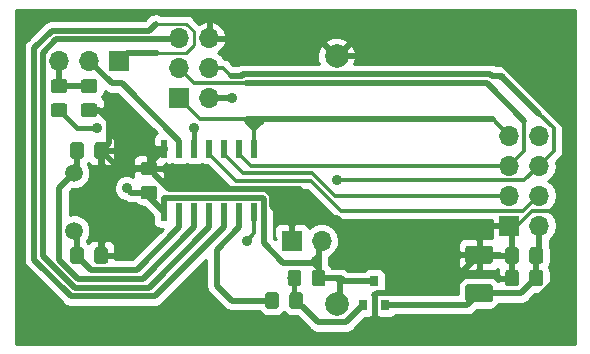
<source format=gbr>
G04 #@! TF.GenerationSoftware,KiCad,Pcbnew,(5.0.2)-1*
G04 #@! TF.CreationDate,2019-01-29T15:59:56+01:00*
G04 #@! TF.ProjectId,Kontrola,4b6f6e74-726f-46c6-912e-6b696361645f,rev?*
G04 #@! TF.SameCoordinates,Original*
G04 #@! TF.FileFunction,Copper,L1,Top*
G04 #@! TF.FilePolarity,Positive*
%FSLAX46Y46*%
G04 Gerber Fmt 4.6, Leading zero omitted, Abs format (unit mm)*
G04 Created by KiCad (PCBNEW (5.0.2)-1) date 2019-01-29 15:59:56*
%MOMM*%
%LPD*%
G01*
G04 APERTURE LIST*
G04 #@! TA.AperFunction,SMDPad,CuDef*
%ADD10R,0.600000X1.500000*%
G04 #@! TD*
G04 #@! TA.AperFunction,Conductor*
%ADD11C,0.100000*%
G04 #@! TD*
G04 #@! TA.AperFunction,SMDPad,CuDef*
%ADD12C,1.150000*%
G04 #@! TD*
G04 #@! TA.AperFunction,SMDPad,CuDef*
%ADD13C,1.500000*%
G04 #@! TD*
G04 #@! TA.AperFunction,ComponentPad*
%ADD14R,1.700000X1.700000*%
G04 #@! TD*
G04 #@! TA.AperFunction,ComponentPad*
%ADD15O,1.700000X1.700000*%
G04 #@! TD*
G04 #@! TA.AperFunction,SMDPad,CuDef*
%ADD16R,0.800000X0.900000*%
G04 #@! TD*
G04 #@! TA.AperFunction,ComponentPad*
%ADD17C,1.500000*%
G04 #@! TD*
G04 #@! TA.AperFunction,ComponentPad*
%ADD18C,2.000000*%
G04 #@! TD*
G04 #@! TA.AperFunction,ViaPad*
%ADD19C,0.900000*%
G04 #@! TD*
G04 #@! TA.AperFunction,Conductor*
%ADD20C,0.500000*%
G04 #@! TD*
G04 #@! TA.AperFunction,Conductor*
%ADD21C,0.300000*%
G04 #@! TD*
G04 #@! TA.AperFunction,Conductor*
%ADD22C,0.254000*%
G04 #@! TD*
G04 #@! TA.AperFunction,Conductor*
%ADD23C,0.350000*%
G04 #@! TD*
G04 #@! TA.AperFunction,Conductor*
%ADD24C,0.450000*%
G04 #@! TD*
G04 #@! TA.AperFunction,Conductor*
%ADD25C,0.400000*%
G04 #@! TD*
G04 APERTURE END LIST*
D10*
G04 #@! TO.P,U2,1*
G04 #@! TO.N,+3V3*
X167005000Y-68105000D03*
G04 #@! TO.P,U2,2*
G04 #@! TO.N,Net-(C5-Pad2)*
X168275000Y-68105000D03*
G04 #@! TO.P,U2,3*
G04 #@! TO.N,Net-(C6-Pad2)*
X169545000Y-68105000D03*
G04 #@! TO.P,U2,4*
G04 #@! TO.N,/~RESET*
X170815000Y-68105000D03*
G04 #@! TO.P,U2,5*
G04 #@! TO.N,/GEN*
X172085000Y-68105000D03*
G04 #@! TO.P,U2,6*
G04 #@! TO.N,/~ZAS_RADIO*
X173355000Y-68105000D03*
G04 #@! TO.P,U2,7*
G04 #@! TO.N,/MOSI*
X174625000Y-68105000D03*
G04 #@! TO.P,U2,8*
G04 #@! TO.N,/MISO*
X174625000Y-62705000D03*
G04 #@! TO.P,U2,9*
G04 #@! TO.N,/SCK*
X173355000Y-62705000D03*
G04 #@! TO.P,U2,10*
G04 #@! TO.N,/CE*
X172085000Y-62705000D03*
G04 #@! TO.P,U2,11*
G04 #@! TO.N,/CSN*
X170815000Y-62705000D03*
G04 #@! TO.P,U2,12*
G04 #@! TO.N,/pinHL*
X169545000Y-62705000D03*
G04 #@! TO.P,U2,13*
G04 #@! TO.N,/czujnik*
X168275000Y-62705000D03*
G04 #@! TO.P,U2,14*
G04 #@! TO.N,GND*
X167005000Y-62705000D03*
G04 #@! TD*
D11*
G04 #@! TO.N,+3V3*
G04 #@! TO.C,C1*
G36*
X166209505Y-65856204D02*
X166233773Y-65859804D01*
X166257572Y-65865765D01*
X166280671Y-65874030D01*
X166302850Y-65884520D01*
X166323893Y-65897132D01*
X166343599Y-65911747D01*
X166361777Y-65928223D01*
X166378253Y-65946401D01*
X166392868Y-65966107D01*
X166405480Y-65987150D01*
X166415970Y-66009329D01*
X166424235Y-66032428D01*
X166430196Y-66056227D01*
X166433796Y-66080495D01*
X166435000Y-66104999D01*
X166435000Y-66755001D01*
X166433796Y-66779505D01*
X166430196Y-66803773D01*
X166424235Y-66827572D01*
X166415970Y-66850671D01*
X166405480Y-66872850D01*
X166392868Y-66893893D01*
X166378253Y-66913599D01*
X166361777Y-66931777D01*
X166343599Y-66948253D01*
X166323893Y-66962868D01*
X166302850Y-66975480D01*
X166280671Y-66985970D01*
X166257572Y-66994235D01*
X166233773Y-67000196D01*
X166209505Y-67003796D01*
X166185001Y-67005000D01*
X165284999Y-67005000D01*
X165260495Y-67003796D01*
X165236227Y-67000196D01*
X165212428Y-66994235D01*
X165189329Y-66985970D01*
X165167150Y-66975480D01*
X165146107Y-66962868D01*
X165126401Y-66948253D01*
X165108223Y-66931777D01*
X165091747Y-66913599D01*
X165077132Y-66893893D01*
X165064520Y-66872850D01*
X165054030Y-66850671D01*
X165045765Y-66827572D01*
X165039804Y-66803773D01*
X165036204Y-66779505D01*
X165035000Y-66755001D01*
X165035000Y-66104999D01*
X165036204Y-66080495D01*
X165039804Y-66056227D01*
X165045765Y-66032428D01*
X165054030Y-66009329D01*
X165064520Y-65987150D01*
X165077132Y-65966107D01*
X165091747Y-65946401D01*
X165108223Y-65928223D01*
X165126401Y-65911747D01*
X165146107Y-65897132D01*
X165167150Y-65884520D01*
X165189329Y-65874030D01*
X165212428Y-65865765D01*
X165236227Y-65859804D01*
X165260495Y-65856204D01*
X165284999Y-65855000D01*
X166185001Y-65855000D01*
X166209505Y-65856204D01*
X166209505Y-65856204D01*
G37*
D12*
G04 #@! TD*
G04 #@! TO.P,C1,1*
G04 #@! TO.N,+3V3*
X165735000Y-66430000D03*
D11*
G04 #@! TO.N,GND*
G04 #@! TO.C,C1*
G36*
X166209505Y-63806204D02*
X166233773Y-63809804D01*
X166257572Y-63815765D01*
X166280671Y-63824030D01*
X166302850Y-63834520D01*
X166323893Y-63847132D01*
X166343599Y-63861747D01*
X166361777Y-63878223D01*
X166378253Y-63896401D01*
X166392868Y-63916107D01*
X166405480Y-63937150D01*
X166415970Y-63959329D01*
X166424235Y-63982428D01*
X166430196Y-64006227D01*
X166433796Y-64030495D01*
X166435000Y-64054999D01*
X166435000Y-64705001D01*
X166433796Y-64729505D01*
X166430196Y-64753773D01*
X166424235Y-64777572D01*
X166415970Y-64800671D01*
X166405480Y-64822850D01*
X166392868Y-64843893D01*
X166378253Y-64863599D01*
X166361777Y-64881777D01*
X166343599Y-64898253D01*
X166323893Y-64912868D01*
X166302850Y-64925480D01*
X166280671Y-64935970D01*
X166257572Y-64944235D01*
X166233773Y-64950196D01*
X166209505Y-64953796D01*
X166185001Y-64955000D01*
X165284999Y-64955000D01*
X165260495Y-64953796D01*
X165236227Y-64950196D01*
X165212428Y-64944235D01*
X165189329Y-64935970D01*
X165167150Y-64925480D01*
X165146107Y-64912868D01*
X165126401Y-64898253D01*
X165108223Y-64881777D01*
X165091747Y-64863599D01*
X165077132Y-64843893D01*
X165064520Y-64822850D01*
X165054030Y-64800671D01*
X165045765Y-64777572D01*
X165039804Y-64753773D01*
X165036204Y-64729505D01*
X165035000Y-64705001D01*
X165035000Y-64054999D01*
X165036204Y-64030495D01*
X165039804Y-64006227D01*
X165045765Y-63982428D01*
X165054030Y-63959329D01*
X165064520Y-63937150D01*
X165077132Y-63916107D01*
X165091747Y-63896401D01*
X165108223Y-63878223D01*
X165126401Y-63861747D01*
X165146107Y-63847132D01*
X165167150Y-63834520D01*
X165189329Y-63824030D01*
X165212428Y-63815765D01*
X165236227Y-63809804D01*
X165260495Y-63806204D01*
X165284999Y-63805000D01*
X166185001Y-63805000D01*
X166209505Y-63806204D01*
X166209505Y-63806204D01*
G37*
D12*
G04 #@! TD*
G04 #@! TO.P,C1,2*
G04 #@! TO.N,GND*
X165735000Y-64380000D03*
D11*
G04 #@! TO.N,/VCC_R*
G04 #@! TO.C,C2*
G36*
X194624504Y-74181204D02*
X194648773Y-74184804D01*
X194672571Y-74190765D01*
X194695671Y-74199030D01*
X194717849Y-74209520D01*
X194738893Y-74222133D01*
X194758598Y-74236747D01*
X194776777Y-74253223D01*
X194793253Y-74271402D01*
X194807867Y-74291107D01*
X194820480Y-74312151D01*
X194830970Y-74334329D01*
X194839235Y-74357429D01*
X194845196Y-74381227D01*
X194848796Y-74405496D01*
X194850000Y-74430000D01*
X194850000Y-75430000D01*
X194848796Y-75454504D01*
X194845196Y-75478773D01*
X194839235Y-75502571D01*
X194830970Y-75525671D01*
X194820480Y-75547849D01*
X194807867Y-75568893D01*
X194793253Y-75588598D01*
X194776777Y-75606777D01*
X194758598Y-75623253D01*
X194738893Y-75637867D01*
X194717849Y-75650480D01*
X194695671Y-75660970D01*
X194672571Y-75669235D01*
X194648773Y-75675196D01*
X194624504Y-75678796D01*
X194600000Y-75680000D01*
X192750000Y-75680000D01*
X192725496Y-75678796D01*
X192701227Y-75675196D01*
X192677429Y-75669235D01*
X192654329Y-75660970D01*
X192632151Y-75650480D01*
X192611107Y-75637867D01*
X192591402Y-75623253D01*
X192573223Y-75606777D01*
X192556747Y-75588598D01*
X192542133Y-75568893D01*
X192529520Y-75547849D01*
X192519030Y-75525671D01*
X192510765Y-75502571D01*
X192504804Y-75478773D01*
X192501204Y-75454504D01*
X192500000Y-75430000D01*
X192500000Y-74430000D01*
X192501204Y-74405496D01*
X192504804Y-74381227D01*
X192510765Y-74357429D01*
X192519030Y-74334329D01*
X192529520Y-74312151D01*
X192542133Y-74291107D01*
X192556747Y-74271402D01*
X192573223Y-74253223D01*
X192591402Y-74236747D01*
X192611107Y-74222133D01*
X192632151Y-74209520D01*
X192654329Y-74199030D01*
X192677429Y-74190765D01*
X192701227Y-74184804D01*
X192725496Y-74181204D01*
X192750000Y-74180000D01*
X194600000Y-74180000D01*
X194624504Y-74181204D01*
X194624504Y-74181204D01*
G37*
D13*
G04 #@! TD*
G04 #@! TO.P,C2,1*
G04 #@! TO.N,/VCC_R*
X193675000Y-74930000D03*
D11*
G04 #@! TO.N,GND*
G04 #@! TO.C,C2*
G36*
X194624504Y-70931204D02*
X194648773Y-70934804D01*
X194672571Y-70940765D01*
X194695671Y-70949030D01*
X194717849Y-70959520D01*
X194738893Y-70972133D01*
X194758598Y-70986747D01*
X194776777Y-71003223D01*
X194793253Y-71021402D01*
X194807867Y-71041107D01*
X194820480Y-71062151D01*
X194830970Y-71084329D01*
X194839235Y-71107429D01*
X194845196Y-71131227D01*
X194848796Y-71155496D01*
X194850000Y-71180000D01*
X194850000Y-72180000D01*
X194848796Y-72204504D01*
X194845196Y-72228773D01*
X194839235Y-72252571D01*
X194830970Y-72275671D01*
X194820480Y-72297849D01*
X194807867Y-72318893D01*
X194793253Y-72338598D01*
X194776777Y-72356777D01*
X194758598Y-72373253D01*
X194738893Y-72387867D01*
X194717849Y-72400480D01*
X194695671Y-72410970D01*
X194672571Y-72419235D01*
X194648773Y-72425196D01*
X194624504Y-72428796D01*
X194600000Y-72430000D01*
X192750000Y-72430000D01*
X192725496Y-72428796D01*
X192701227Y-72425196D01*
X192677429Y-72419235D01*
X192654329Y-72410970D01*
X192632151Y-72400480D01*
X192611107Y-72387867D01*
X192591402Y-72373253D01*
X192573223Y-72356777D01*
X192556747Y-72338598D01*
X192542133Y-72318893D01*
X192529520Y-72297849D01*
X192519030Y-72275671D01*
X192510765Y-72252571D01*
X192504804Y-72228773D01*
X192501204Y-72204504D01*
X192500000Y-72180000D01*
X192500000Y-71180000D01*
X192501204Y-71155496D01*
X192504804Y-71131227D01*
X192510765Y-71107429D01*
X192519030Y-71084329D01*
X192529520Y-71062151D01*
X192542133Y-71041107D01*
X192556747Y-71021402D01*
X192573223Y-71003223D01*
X192591402Y-70986747D01*
X192611107Y-70972133D01*
X192632151Y-70959520D01*
X192654329Y-70949030D01*
X192677429Y-70940765D01*
X192701227Y-70934804D01*
X192725496Y-70931204D01*
X192750000Y-70930000D01*
X194600000Y-70930000D01*
X194624504Y-70931204D01*
X194624504Y-70931204D01*
G37*
D13*
G04 #@! TD*
G04 #@! TO.P,C2,2*
G04 #@! TO.N,GND*
X193675000Y-71680000D03*
D11*
G04 #@! TO.N,GND*
G04 #@! TO.C,C3*
G36*
X196809505Y-72961204D02*
X196833773Y-72964804D01*
X196857572Y-72970765D01*
X196880671Y-72979030D01*
X196902850Y-72989520D01*
X196923893Y-73002132D01*
X196943599Y-73016747D01*
X196961777Y-73033223D01*
X196978253Y-73051401D01*
X196992868Y-73071107D01*
X197005480Y-73092150D01*
X197015970Y-73114329D01*
X197024235Y-73137428D01*
X197030196Y-73161227D01*
X197033796Y-73185495D01*
X197035000Y-73209999D01*
X197035000Y-74110001D01*
X197033796Y-74134505D01*
X197030196Y-74158773D01*
X197024235Y-74182572D01*
X197015970Y-74205671D01*
X197005480Y-74227850D01*
X196992868Y-74248893D01*
X196978253Y-74268599D01*
X196961777Y-74286777D01*
X196943599Y-74303253D01*
X196923893Y-74317868D01*
X196902850Y-74330480D01*
X196880671Y-74340970D01*
X196857572Y-74349235D01*
X196833773Y-74355196D01*
X196809505Y-74358796D01*
X196785001Y-74360000D01*
X196134999Y-74360000D01*
X196110495Y-74358796D01*
X196086227Y-74355196D01*
X196062428Y-74349235D01*
X196039329Y-74340970D01*
X196017150Y-74330480D01*
X195996107Y-74317868D01*
X195976401Y-74303253D01*
X195958223Y-74286777D01*
X195941747Y-74268599D01*
X195927132Y-74248893D01*
X195914520Y-74227850D01*
X195904030Y-74205671D01*
X195895765Y-74182572D01*
X195889804Y-74158773D01*
X195886204Y-74134505D01*
X195885000Y-74110001D01*
X195885000Y-73209999D01*
X195886204Y-73185495D01*
X195889804Y-73161227D01*
X195895765Y-73137428D01*
X195904030Y-73114329D01*
X195914520Y-73092150D01*
X195927132Y-73071107D01*
X195941747Y-73051401D01*
X195958223Y-73033223D01*
X195976401Y-73016747D01*
X195996107Y-73002132D01*
X196017150Y-72989520D01*
X196039329Y-72979030D01*
X196062428Y-72970765D01*
X196086227Y-72964804D01*
X196110495Y-72961204D01*
X196134999Y-72960000D01*
X196785001Y-72960000D01*
X196809505Y-72961204D01*
X196809505Y-72961204D01*
G37*
D12*
G04 #@! TD*
G04 #@! TO.P,C3,2*
G04 #@! TO.N,GND*
X196460000Y-73660000D03*
D11*
G04 #@! TO.N,/VCC_R*
G04 #@! TO.C,C3*
G36*
X198859505Y-72961204D02*
X198883773Y-72964804D01*
X198907572Y-72970765D01*
X198930671Y-72979030D01*
X198952850Y-72989520D01*
X198973893Y-73002132D01*
X198993599Y-73016747D01*
X199011777Y-73033223D01*
X199028253Y-73051401D01*
X199042868Y-73071107D01*
X199055480Y-73092150D01*
X199065970Y-73114329D01*
X199074235Y-73137428D01*
X199080196Y-73161227D01*
X199083796Y-73185495D01*
X199085000Y-73209999D01*
X199085000Y-74110001D01*
X199083796Y-74134505D01*
X199080196Y-74158773D01*
X199074235Y-74182572D01*
X199065970Y-74205671D01*
X199055480Y-74227850D01*
X199042868Y-74248893D01*
X199028253Y-74268599D01*
X199011777Y-74286777D01*
X198993599Y-74303253D01*
X198973893Y-74317868D01*
X198952850Y-74330480D01*
X198930671Y-74340970D01*
X198907572Y-74349235D01*
X198883773Y-74355196D01*
X198859505Y-74358796D01*
X198835001Y-74360000D01*
X198184999Y-74360000D01*
X198160495Y-74358796D01*
X198136227Y-74355196D01*
X198112428Y-74349235D01*
X198089329Y-74340970D01*
X198067150Y-74330480D01*
X198046107Y-74317868D01*
X198026401Y-74303253D01*
X198008223Y-74286777D01*
X197991747Y-74268599D01*
X197977132Y-74248893D01*
X197964520Y-74227850D01*
X197954030Y-74205671D01*
X197945765Y-74182572D01*
X197939804Y-74158773D01*
X197936204Y-74134505D01*
X197935000Y-74110001D01*
X197935000Y-73209999D01*
X197936204Y-73185495D01*
X197939804Y-73161227D01*
X197945765Y-73137428D01*
X197954030Y-73114329D01*
X197964520Y-73092150D01*
X197977132Y-73071107D01*
X197991747Y-73051401D01*
X198008223Y-73033223D01*
X198026401Y-73016747D01*
X198046107Y-73002132D01*
X198067150Y-72989520D01*
X198089329Y-72979030D01*
X198112428Y-72970765D01*
X198136227Y-72964804D01*
X198160495Y-72961204D01*
X198184999Y-72960000D01*
X198835001Y-72960000D01*
X198859505Y-72961204D01*
X198859505Y-72961204D01*
G37*
D12*
G04 #@! TD*
G04 #@! TO.P,C3,1*
G04 #@! TO.N,/VCC_R*
X198510000Y-73660000D03*
D11*
G04 #@! TO.N,/VCC_R*
G04 #@! TO.C,C4*
G36*
X198859505Y-71056204D02*
X198883773Y-71059804D01*
X198907572Y-71065765D01*
X198930671Y-71074030D01*
X198952850Y-71084520D01*
X198973893Y-71097132D01*
X198993599Y-71111747D01*
X199011777Y-71128223D01*
X199028253Y-71146401D01*
X199042868Y-71166107D01*
X199055480Y-71187150D01*
X199065970Y-71209329D01*
X199074235Y-71232428D01*
X199080196Y-71256227D01*
X199083796Y-71280495D01*
X199085000Y-71304999D01*
X199085000Y-72205001D01*
X199083796Y-72229505D01*
X199080196Y-72253773D01*
X199074235Y-72277572D01*
X199065970Y-72300671D01*
X199055480Y-72322850D01*
X199042868Y-72343893D01*
X199028253Y-72363599D01*
X199011777Y-72381777D01*
X198993599Y-72398253D01*
X198973893Y-72412868D01*
X198952850Y-72425480D01*
X198930671Y-72435970D01*
X198907572Y-72444235D01*
X198883773Y-72450196D01*
X198859505Y-72453796D01*
X198835001Y-72455000D01*
X198184999Y-72455000D01*
X198160495Y-72453796D01*
X198136227Y-72450196D01*
X198112428Y-72444235D01*
X198089329Y-72435970D01*
X198067150Y-72425480D01*
X198046107Y-72412868D01*
X198026401Y-72398253D01*
X198008223Y-72381777D01*
X197991747Y-72363599D01*
X197977132Y-72343893D01*
X197964520Y-72322850D01*
X197954030Y-72300671D01*
X197945765Y-72277572D01*
X197939804Y-72253773D01*
X197936204Y-72229505D01*
X197935000Y-72205001D01*
X197935000Y-71304999D01*
X197936204Y-71280495D01*
X197939804Y-71256227D01*
X197945765Y-71232428D01*
X197954030Y-71209329D01*
X197964520Y-71187150D01*
X197977132Y-71166107D01*
X197991747Y-71146401D01*
X198008223Y-71128223D01*
X198026401Y-71111747D01*
X198046107Y-71097132D01*
X198067150Y-71084520D01*
X198089329Y-71074030D01*
X198112428Y-71065765D01*
X198136227Y-71059804D01*
X198160495Y-71056204D01*
X198184999Y-71055000D01*
X198835001Y-71055000D01*
X198859505Y-71056204D01*
X198859505Y-71056204D01*
G37*
D12*
G04 #@! TD*
G04 #@! TO.P,C4,1*
G04 #@! TO.N,/VCC_R*
X198510000Y-71755000D03*
D11*
G04 #@! TO.N,GND*
G04 #@! TO.C,C4*
G36*
X196809505Y-71056204D02*
X196833773Y-71059804D01*
X196857572Y-71065765D01*
X196880671Y-71074030D01*
X196902850Y-71084520D01*
X196923893Y-71097132D01*
X196943599Y-71111747D01*
X196961777Y-71128223D01*
X196978253Y-71146401D01*
X196992868Y-71166107D01*
X197005480Y-71187150D01*
X197015970Y-71209329D01*
X197024235Y-71232428D01*
X197030196Y-71256227D01*
X197033796Y-71280495D01*
X197035000Y-71304999D01*
X197035000Y-72205001D01*
X197033796Y-72229505D01*
X197030196Y-72253773D01*
X197024235Y-72277572D01*
X197015970Y-72300671D01*
X197005480Y-72322850D01*
X196992868Y-72343893D01*
X196978253Y-72363599D01*
X196961777Y-72381777D01*
X196943599Y-72398253D01*
X196923893Y-72412868D01*
X196902850Y-72425480D01*
X196880671Y-72435970D01*
X196857572Y-72444235D01*
X196833773Y-72450196D01*
X196809505Y-72453796D01*
X196785001Y-72455000D01*
X196134999Y-72455000D01*
X196110495Y-72453796D01*
X196086227Y-72450196D01*
X196062428Y-72444235D01*
X196039329Y-72435970D01*
X196017150Y-72425480D01*
X195996107Y-72412868D01*
X195976401Y-72398253D01*
X195958223Y-72381777D01*
X195941747Y-72363599D01*
X195927132Y-72343893D01*
X195914520Y-72322850D01*
X195904030Y-72300671D01*
X195895765Y-72277572D01*
X195889804Y-72253773D01*
X195886204Y-72229505D01*
X195885000Y-72205001D01*
X195885000Y-71304999D01*
X195886204Y-71280495D01*
X195889804Y-71256227D01*
X195895765Y-71232428D01*
X195904030Y-71209329D01*
X195914520Y-71187150D01*
X195927132Y-71166107D01*
X195941747Y-71146401D01*
X195958223Y-71128223D01*
X195976401Y-71111747D01*
X195996107Y-71097132D01*
X196017150Y-71084520D01*
X196039329Y-71074030D01*
X196062428Y-71065765D01*
X196086227Y-71059804D01*
X196110495Y-71056204D01*
X196134999Y-71055000D01*
X196785001Y-71055000D01*
X196809505Y-71056204D01*
X196809505Y-71056204D01*
G37*
D12*
G04 #@! TD*
G04 #@! TO.P,C4,2*
G04 #@! TO.N,GND*
X196460000Y-71755000D03*
D11*
G04 #@! TO.N,Net-(C5-Pad2)*
G04 #@! TO.C,C5*
G36*
X159979505Y-71056204D02*
X160003773Y-71059804D01*
X160027572Y-71065765D01*
X160050671Y-71074030D01*
X160072850Y-71084520D01*
X160093893Y-71097132D01*
X160113599Y-71111747D01*
X160131777Y-71128223D01*
X160148253Y-71146401D01*
X160162868Y-71166107D01*
X160175480Y-71187150D01*
X160185970Y-71209329D01*
X160194235Y-71232428D01*
X160200196Y-71256227D01*
X160203796Y-71280495D01*
X160205000Y-71304999D01*
X160205000Y-72205001D01*
X160203796Y-72229505D01*
X160200196Y-72253773D01*
X160194235Y-72277572D01*
X160185970Y-72300671D01*
X160175480Y-72322850D01*
X160162868Y-72343893D01*
X160148253Y-72363599D01*
X160131777Y-72381777D01*
X160113599Y-72398253D01*
X160093893Y-72412868D01*
X160072850Y-72425480D01*
X160050671Y-72435970D01*
X160027572Y-72444235D01*
X160003773Y-72450196D01*
X159979505Y-72453796D01*
X159955001Y-72455000D01*
X159304999Y-72455000D01*
X159280495Y-72453796D01*
X159256227Y-72450196D01*
X159232428Y-72444235D01*
X159209329Y-72435970D01*
X159187150Y-72425480D01*
X159166107Y-72412868D01*
X159146401Y-72398253D01*
X159128223Y-72381777D01*
X159111747Y-72363599D01*
X159097132Y-72343893D01*
X159084520Y-72322850D01*
X159074030Y-72300671D01*
X159065765Y-72277572D01*
X159059804Y-72253773D01*
X159056204Y-72229505D01*
X159055000Y-72205001D01*
X159055000Y-71304999D01*
X159056204Y-71280495D01*
X159059804Y-71256227D01*
X159065765Y-71232428D01*
X159074030Y-71209329D01*
X159084520Y-71187150D01*
X159097132Y-71166107D01*
X159111747Y-71146401D01*
X159128223Y-71128223D01*
X159146401Y-71111747D01*
X159166107Y-71097132D01*
X159187150Y-71084520D01*
X159209329Y-71074030D01*
X159232428Y-71065765D01*
X159256227Y-71059804D01*
X159280495Y-71056204D01*
X159304999Y-71055000D01*
X159955001Y-71055000D01*
X159979505Y-71056204D01*
X159979505Y-71056204D01*
G37*
D12*
G04 #@! TD*
G04 #@! TO.P,C5,2*
G04 #@! TO.N,Net-(C5-Pad2)*
X159630000Y-71755000D03*
D11*
G04 #@! TO.N,GND*
G04 #@! TO.C,C5*
G36*
X162029505Y-71056204D02*
X162053773Y-71059804D01*
X162077572Y-71065765D01*
X162100671Y-71074030D01*
X162122850Y-71084520D01*
X162143893Y-71097132D01*
X162163599Y-71111747D01*
X162181777Y-71128223D01*
X162198253Y-71146401D01*
X162212868Y-71166107D01*
X162225480Y-71187150D01*
X162235970Y-71209329D01*
X162244235Y-71232428D01*
X162250196Y-71256227D01*
X162253796Y-71280495D01*
X162255000Y-71304999D01*
X162255000Y-72205001D01*
X162253796Y-72229505D01*
X162250196Y-72253773D01*
X162244235Y-72277572D01*
X162235970Y-72300671D01*
X162225480Y-72322850D01*
X162212868Y-72343893D01*
X162198253Y-72363599D01*
X162181777Y-72381777D01*
X162163599Y-72398253D01*
X162143893Y-72412868D01*
X162122850Y-72425480D01*
X162100671Y-72435970D01*
X162077572Y-72444235D01*
X162053773Y-72450196D01*
X162029505Y-72453796D01*
X162005001Y-72455000D01*
X161354999Y-72455000D01*
X161330495Y-72453796D01*
X161306227Y-72450196D01*
X161282428Y-72444235D01*
X161259329Y-72435970D01*
X161237150Y-72425480D01*
X161216107Y-72412868D01*
X161196401Y-72398253D01*
X161178223Y-72381777D01*
X161161747Y-72363599D01*
X161147132Y-72343893D01*
X161134520Y-72322850D01*
X161124030Y-72300671D01*
X161115765Y-72277572D01*
X161109804Y-72253773D01*
X161106204Y-72229505D01*
X161105000Y-72205001D01*
X161105000Y-71304999D01*
X161106204Y-71280495D01*
X161109804Y-71256227D01*
X161115765Y-71232428D01*
X161124030Y-71209329D01*
X161134520Y-71187150D01*
X161147132Y-71166107D01*
X161161747Y-71146401D01*
X161178223Y-71128223D01*
X161196401Y-71111747D01*
X161216107Y-71097132D01*
X161237150Y-71084520D01*
X161259329Y-71074030D01*
X161282428Y-71065765D01*
X161306227Y-71059804D01*
X161330495Y-71056204D01*
X161354999Y-71055000D01*
X162005001Y-71055000D01*
X162029505Y-71056204D01*
X162029505Y-71056204D01*
G37*
D12*
G04 #@! TD*
G04 #@! TO.P,C5,1*
G04 #@! TO.N,GND*
X161680000Y-71755000D03*
D11*
G04 #@! TO.N,GND*
G04 #@! TO.C,C6*
G36*
X162029505Y-62166204D02*
X162053773Y-62169804D01*
X162077572Y-62175765D01*
X162100671Y-62184030D01*
X162122850Y-62194520D01*
X162143893Y-62207132D01*
X162163599Y-62221747D01*
X162181777Y-62238223D01*
X162198253Y-62256401D01*
X162212868Y-62276107D01*
X162225480Y-62297150D01*
X162235970Y-62319329D01*
X162244235Y-62342428D01*
X162250196Y-62366227D01*
X162253796Y-62390495D01*
X162255000Y-62414999D01*
X162255000Y-63315001D01*
X162253796Y-63339505D01*
X162250196Y-63363773D01*
X162244235Y-63387572D01*
X162235970Y-63410671D01*
X162225480Y-63432850D01*
X162212868Y-63453893D01*
X162198253Y-63473599D01*
X162181777Y-63491777D01*
X162163599Y-63508253D01*
X162143893Y-63522868D01*
X162122850Y-63535480D01*
X162100671Y-63545970D01*
X162077572Y-63554235D01*
X162053773Y-63560196D01*
X162029505Y-63563796D01*
X162005001Y-63565000D01*
X161354999Y-63565000D01*
X161330495Y-63563796D01*
X161306227Y-63560196D01*
X161282428Y-63554235D01*
X161259329Y-63545970D01*
X161237150Y-63535480D01*
X161216107Y-63522868D01*
X161196401Y-63508253D01*
X161178223Y-63491777D01*
X161161747Y-63473599D01*
X161147132Y-63453893D01*
X161134520Y-63432850D01*
X161124030Y-63410671D01*
X161115765Y-63387572D01*
X161109804Y-63363773D01*
X161106204Y-63339505D01*
X161105000Y-63315001D01*
X161105000Y-62414999D01*
X161106204Y-62390495D01*
X161109804Y-62366227D01*
X161115765Y-62342428D01*
X161124030Y-62319329D01*
X161134520Y-62297150D01*
X161147132Y-62276107D01*
X161161747Y-62256401D01*
X161178223Y-62238223D01*
X161196401Y-62221747D01*
X161216107Y-62207132D01*
X161237150Y-62194520D01*
X161259329Y-62184030D01*
X161282428Y-62175765D01*
X161306227Y-62169804D01*
X161330495Y-62166204D01*
X161354999Y-62165000D01*
X162005001Y-62165000D01*
X162029505Y-62166204D01*
X162029505Y-62166204D01*
G37*
D12*
G04 #@! TD*
G04 #@! TO.P,C6,1*
G04 #@! TO.N,GND*
X161680000Y-62865000D03*
D11*
G04 #@! TO.N,Net-(C6-Pad2)*
G04 #@! TO.C,C6*
G36*
X159979505Y-62166204D02*
X160003773Y-62169804D01*
X160027572Y-62175765D01*
X160050671Y-62184030D01*
X160072850Y-62194520D01*
X160093893Y-62207132D01*
X160113599Y-62221747D01*
X160131777Y-62238223D01*
X160148253Y-62256401D01*
X160162868Y-62276107D01*
X160175480Y-62297150D01*
X160185970Y-62319329D01*
X160194235Y-62342428D01*
X160200196Y-62366227D01*
X160203796Y-62390495D01*
X160205000Y-62414999D01*
X160205000Y-63315001D01*
X160203796Y-63339505D01*
X160200196Y-63363773D01*
X160194235Y-63387572D01*
X160185970Y-63410671D01*
X160175480Y-63432850D01*
X160162868Y-63453893D01*
X160148253Y-63473599D01*
X160131777Y-63491777D01*
X160113599Y-63508253D01*
X160093893Y-63522868D01*
X160072850Y-63535480D01*
X160050671Y-63545970D01*
X160027572Y-63554235D01*
X160003773Y-63560196D01*
X159979505Y-63563796D01*
X159955001Y-63565000D01*
X159304999Y-63565000D01*
X159280495Y-63563796D01*
X159256227Y-63560196D01*
X159232428Y-63554235D01*
X159209329Y-63545970D01*
X159187150Y-63535480D01*
X159166107Y-63522868D01*
X159146401Y-63508253D01*
X159128223Y-63491777D01*
X159111747Y-63473599D01*
X159097132Y-63453893D01*
X159084520Y-63432850D01*
X159074030Y-63410671D01*
X159065765Y-63387572D01*
X159059804Y-63363773D01*
X159056204Y-63339505D01*
X159055000Y-63315001D01*
X159055000Y-62414999D01*
X159056204Y-62390495D01*
X159059804Y-62366227D01*
X159065765Y-62342428D01*
X159074030Y-62319329D01*
X159084520Y-62297150D01*
X159097132Y-62276107D01*
X159111747Y-62256401D01*
X159128223Y-62238223D01*
X159146401Y-62221747D01*
X159166107Y-62207132D01*
X159187150Y-62194520D01*
X159209329Y-62184030D01*
X159232428Y-62175765D01*
X159256227Y-62169804D01*
X159280495Y-62166204D01*
X159304999Y-62165000D01*
X159955001Y-62165000D01*
X159979505Y-62166204D01*
X159979505Y-62166204D01*
G37*
D12*
G04 #@! TD*
G04 #@! TO.P,C6,2*
G04 #@! TO.N,Net-(C6-Pad2)*
X159630000Y-62865000D03*
D14*
G04 #@! TO.P,J1,1*
G04 #@! TO.N,GND*
X177800000Y-70485000D03*
D15*
G04 #@! TO.P,J1,2*
G04 #@! TO.N,+3V3*
X180340000Y-70485000D03*
G04 #@! TD*
D14*
G04 #@! TO.P,J2,1*
G04 #@! TO.N,/GEN*
X163195000Y-55245000D03*
D15*
G04 #@! TO.P,J2,2*
G04 #@! TO.N,/czujnik*
X160655000Y-55245000D03*
G04 #@! TO.P,J2,3*
G04 #@! TO.N,Net-(J2-Pad3)*
X158115000Y-55245000D03*
G04 #@! TD*
G04 #@! TO.P,J3,8*
G04 #@! TO.N,/IRQ*
X198755000Y-61595000D03*
G04 #@! TO.P,J3,7*
G04 #@! TO.N,/MISO*
X196215000Y-61595000D03*
G04 #@! TO.P,J3,6*
G04 #@! TO.N,/MOSI*
X198755000Y-64135000D03*
G04 #@! TO.P,J3,5*
G04 #@! TO.N,/SCK*
X196215000Y-64135000D03*
G04 #@! TO.P,J3,4*
G04 #@! TO.N,/CSN*
X198755000Y-66675000D03*
G04 #@! TO.P,J3,3*
G04 #@! TO.N,/CE*
X196215000Y-66675000D03*
G04 #@! TO.P,J3,2*
G04 #@! TO.N,/VCC_R*
X198755000Y-69215000D03*
D14*
G04 #@! TO.P,J3,1*
G04 #@! TO.N,GND*
X196215000Y-69215000D03*
G04 #@! TD*
G04 #@! TO.P,J4,1*
G04 #@! TO.N,/MISO*
X168275000Y-58420000D03*
D15*
G04 #@! TO.P,J4,2*
G04 #@! TO.N,+3V3*
X170815000Y-58420000D03*
G04 #@! TO.P,J4,3*
G04 #@! TO.N,/SCK*
X168275000Y-55880000D03*
G04 #@! TO.P,J4,4*
G04 #@! TO.N,/MOSI*
X170815000Y-55880000D03*
G04 #@! TO.P,J4,5*
G04 #@! TO.N,/~RESET*
X168275000Y-53340000D03*
G04 #@! TO.P,J4,6*
G04 #@! TO.N,GND*
X170815000Y-53340000D03*
G04 #@! TD*
D11*
G04 #@! TO.N,/pinHL*
G04 #@! TO.C,R1*
G36*
X158589505Y-58871204D02*
X158613773Y-58874804D01*
X158637572Y-58880765D01*
X158660671Y-58889030D01*
X158682850Y-58899520D01*
X158703893Y-58912132D01*
X158723599Y-58926747D01*
X158741777Y-58943223D01*
X158758253Y-58961401D01*
X158772868Y-58981107D01*
X158785480Y-59002150D01*
X158795970Y-59024329D01*
X158804235Y-59047428D01*
X158810196Y-59071227D01*
X158813796Y-59095495D01*
X158815000Y-59119999D01*
X158815000Y-59770001D01*
X158813796Y-59794505D01*
X158810196Y-59818773D01*
X158804235Y-59842572D01*
X158795970Y-59865671D01*
X158785480Y-59887850D01*
X158772868Y-59908893D01*
X158758253Y-59928599D01*
X158741777Y-59946777D01*
X158723599Y-59963253D01*
X158703893Y-59977868D01*
X158682850Y-59990480D01*
X158660671Y-60000970D01*
X158637572Y-60009235D01*
X158613773Y-60015196D01*
X158589505Y-60018796D01*
X158565001Y-60020000D01*
X157664999Y-60020000D01*
X157640495Y-60018796D01*
X157616227Y-60015196D01*
X157592428Y-60009235D01*
X157569329Y-60000970D01*
X157547150Y-59990480D01*
X157526107Y-59977868D01*
X157506401Y-59963253D01*
X157488223Y-59946777D01*
X157471747Y-59928599D01*
X157457132Y-59908893D01*
X157444520Y-59887850D01*
X157434030Y-59865671D01*
X157425765Y-59842572D01*
X157419804Y-59818773D01*
X157416204Y-59794505D01*
X157415000Y-59770001D01*
X157415000Y-59119999D01*
X157416204Y-59095495D01*
X157419804Y-59071227D01*
X157425765Y-59047428D01*
X157434030Y-59024329D01*
X157444520Y-59002150D01*
X157457132Y-58981107D01*
X157471747Y-58961401D01*
X157488223Y-58943223D01*
X157506401Y-58926747D01*
X157526107Y-58912132D01*
X157547150Y-58899520D01*
X157569329Y-58889030D01*
X157592428Y-58880765D01*
X157616227Y-58874804D01*
X157640495Y-58871204D01*
X157664999Y-58870000D01*
X158565001Y-58870000D01*
X158589505Y-58871204D01*
X158589505Y-58871204D01*
G37*
D12*
G04 #@! TD*
G04 #@! TO.P,R1,2*
G04 #@! TO.N,/pinHL*
X158115000Y-59445000D03*
D11*
G04 #@! TO.N,Net-(J2-Pad3)*
G04 #@! TO.C,R1*
G36*
X158589505Y-56821204D02*
X158613773Y-56824804D01*
X158637572Y-56830765D01*
X158660671Y-56839030D01*
X158682850Y-56849520D01*
X158703893Y-56862132D01*
X158723599Y-56876747D01*
X158741777Y-56893223D01*
X158758253Y-56911401D01*
X158772868Y-56931107D01*
X158785480Y-56952150D01*
X158795970Y-56974329D01*
X158804235Y-56997428D01*
X158810196Y-57021227D01*
X158813796Y-57045495D01*
X158815000Y-57069999D01*
X158815000Y-57720001D01*
X158813796Y-57744505D01*
X158810196Y-57768773D01*
X158804235Y-57792572D01*
X158795970Y-57815671D01*
X158785480Y-57837850D01*
X158772868Y-57858893D01*
X158758253Y-57878599D01*
X158741777Y-57896777D01*
X158723599Y-57913253D01*
X158703893Y-57927868D01*
X158682850Y-57940480D01*
X158660671Y-57950970D01*
X158637572Y-57959235D01*
X158613773Y-57965196D01*
X158589505Y-57968796D01*
X158565001Y-57970000D01*
X157664999Y-57970000D01*
X157640495Y-57968796D01*
X157616227Y-57965196D01*
X157592428Y-57959235D01*
X157569329Y-57950970D01*
X157547150Y-57940480D01*
X157526107Y-57927868D01*
X157506401Y-57913253D01*
X157488223Y-57896777D01*
X157471747Y-57878599D01*
X157457132Y-57858893D01*
X157444520Y-57837850D01*
X157434030Y-57815671D01*
X157425765Y-57792572D01*
X157419804Y-57768773D01*
X157416204Y-57744505D01*
X157415000Y-57720001D01*
X157415000Y-57069999D01*
X157416204Y-57045495D01*
X157419804Y-57021227D01*
X157425765Y-56997428D01*
X157434030Y-56974329D01*
X157444520Y-56952150D01*
X157457132Y-56931107D01*
X157471747Y-56911401D01*
X157488223Y-56893223D01*
X157506401Y-56876747D01*
X157526107Y-56862132D01*
X157547150Y-56849520D01*
X157569329Y-56839030D01*
X157592428Y-56830765D01*
X157616227Y-56824804D01*
X157640495Y-56821204D01*
X157664999Y-56820000D01*
X158565001Y-56820000D01*
X158589505Y-56821204D01*
X158589505Y-56821204D01*
G37*
D12*
G04 #@! TD*
G04 #@! TO.P,R1,1*
G04 #@! TO.N,Net-(J2-Pad3)*
X158115000Y-57395000D03*
D11*
G04 #@! TO.N,Net-(J2-Pad3)*
G04 #@! TO.C,R2*
G36*
X161129505Y-56821204D02*
X161153773Y-56824804D01*
X161177572Y-56830765D01*
X161200671Y-56839030D01*
X161222850Y-56849520D01*
X161243893Y-56862132D01*
X161263599Y-56876747D01*
X161281777Y-56893223D01*
X161298253Y-56911401D01*
X161312868Y-56931107D01*
X161325480Y-56952150D01*
X161335970Y-56974329D01*
X161344235Y-56997428D01*
X161350196Y-57021227D01*
X161353796Y-57045495D01*
X161355000Y-57069999D01*
X161355000Y-57720001D01*
X161353796Y-57744505D01*
X161350196Y-57768773D01*
X161344235Y-57792572D01*
X161335970Y-57815671D01*
X161325480Y-57837850D01*
X161312868Y-57858893D01*
X161298253Y-57878599D01*
X161281777Y-57896777D01*
X161263599Y-57913253D01*
X161243893Y-57927868D01*
X161222850Y-57940480D01*
X161200671Y-57950970D01*
X161177572Y-57959235D01*
X161153773Y-57965196D01*
X161129505Y-57968796D01*
X161105001Y-57970000D01*
X160204999Y-57970000D01*
X160180495Y-57968796D01*
X160156227Y-57965196D01*
X160132428Y-57959235D01*
X160109329Y-57950970D01*
X160087150Y-57940480D01*
X160066107Y-57927868D01*
X160046401Y-57913253D01*
X160028223Y-57896777D01*
X160011747Y-57878599D01*
X159997132Y-57858893D01*
X159984520Y-57837850D01*
X159974030Y-57815671D01*
X159965765Y-57792572D01*
X159959804Y-57768773D01*
X159956204Y-57744505D01*
X159955000Y-57720001D01*
X159955000Y-57069999D01*
X159956204Y-57045495D01*
X159959804Y-57021227D01*
X159965765Y-56997428D01*
X159974030Y-56974329D01*
X159984520Y-56952150D01*
X159997132Y-56931107D01*
X160011747Y-56911401D01*
X160028223Y-56893223D01*
X160046401Y-56876747D01*
X160066107Y-56862132D01*
X160087150Y-56849520D01*
X160109329Y-56839030D01*
X160132428Y-56830765D01*
X160156227Y-56824804D01*
X160180495Y-56821204D01*
X160204999Y-56820000D01*
X161105001Y-56820000D01*
X161129505Y-56821204D01*
X161129505Y-56821204D01*
G37*
D12*
G04 #@! TD*
G04 #@! TO.P,R2,1*
G04 #@! TO.N,Net-(J2-Pad3)*
X160655000Y-57395000D03*
D11*
G04 #@! TO.N,GND*
G04 #@! TO.C,R2*
G36*
X161129505Y-58871204D02*
X161153773Y-58874804D01*
X161177572Y-58880765D01*
X161200671Y-58889030D01*
X161222850Y-58899520D01*
X161243893Y-58912132D01*
X161263599Y-58926747D01*
X161281777Y-58943223D01*
X161298253Y-58961401D01*
X161312868Y-58981107D01*
X161325480Y-59002150D01*
X161335970Y-59024329D01*
X161344235Y-59047428D01*
X161350196Y-59071227D01*
X161353796Y-59095495D01*
X161355000Y-59119999D01*
X161355000Y-59770001D01*
X161353796Y-59794505D01*
X161350196Y-59818773D01*
X161344235Y-59842572D01*
X161335970Y-59865671D01*
X161325480Y-59887850D01*
X161312868Y-59908893D01*
X161298253Y-59928599D01*
X161281777Y-59946777D01*
X161263599Y-59963253D01*
X161243893Y-59977868D01*
X161222850Y-59990480D01*
X161200671Y-60000970D01*
X161177572Y-60009235D01*
X161153773Y-60015196D01*
X161129505Y-60018796D01*
X161105001Y-60020000D01*
X160204999Y-60020000D01*
X160180495Y-60018796D01*
X160156227Y-60015196D01*
X160132428Y-60009235D01*
X160109329Y-60000970D01*
X160087150Y-59990480D01*
X160066107Y-59977868D01*
X160046401Y-59963253D01*
X160028223Y-59946777D01*
X160011747Y-59928599D01*
X159997132Y-59908893D01*
X159984520Y-59887850D01*
X159974030Y-59865671D01*
X159965765Y-59842572D01*
X159959804Y-59818773D01*
X159956204Y-59794505D01*
X159955000Y-59770001D01*
X159955000Y-59119999D01*
X159956204Y-59095495D01*
X159959804Y-59071227D01*
X159965765Y-59047428D01*
X159974030Y-59024329D01*
X159984520Y-59002150D01*
X159997132Y-58981107D01*
X160011747Y-58961401D01*
X160028223Y-58943223D01*
X160046401Y-58926747D01*
X160066107Y-58912132D01*
X160087150Y-58899520D01*
X160109329Y-58889030D01*
X160132428Y-58880765D01*
X160156227Y-58874804D01*
X160180495Y-58871204D01*
X160204999Y-58870000D01*
X161105001Y-58870000D01*
X161129505Y-58871204D01*
X161129505Y-58871204D01*
G37*
D12*
G04 #@! TD*
G04 #@! TO.P,R2,2*
G04 #@! TO.N,GND*
X160655000Y-59445000D03*
D11*
G04 #@! TO.N,+3V3*
G04 #@! TO.C,R3*
G36*
X180444505Y-72961204D02*
X180468773Y-72964804D01*
X180492572Y-72970765D01*
X180515671Y-72979030D01*
X180537850Y-72989520D01*
X180558893Y-73002132D01*
X180578599Y-73016747D01*
X180596777Y-73033223D01*
X180613253Y-73051401D01*
X180627868Y-73071107D01*
X180640480Y-73092150D01*
X180650970Y-73114329D01*
X180659235Y-73137428D01*
X180665196Y-73161227D01*
X180668796Y-73185495D01*
X180670000Y-73209999D01*
X180670000Y-74110001D01*
X180668796Y-74134505D01*
X180665196Y-74158773D01*
X180659235Y-74182572D01*
X180650970Y-74205671D01*
X180640480Y-74227850D01*
X180627868Y-74248893D01*
X180613253Y-74268599D01*
X180596777Y-74286777D01*
X180578599Y-74303253D01*
X180558893Y-74317868D01*
X180537850Y-74330480D01*
X180515671Y-74340970D01*
X180492572Y-74349235D01*
X180468773Y-74355196D01*
X180444505Y-74358796D01*
X180420001Y-74360000D01*
X179769999Y-74360000D01*
X179745495Y-74358796D01*
X179721227Y-74355196D01*
X179697428Y-74349235D01*
X179674329Y-74340970D01*
X179652150Y-74330480D01*
X179631107Y-74317868D01*
X179611401Y-74303253D01*
X179593223Y-74286777D01*
X179576747Y-74268599D01*
X179562132Y-74248893D01*
X179549520Y-74227850D01*
X179539030Y-74205671D01*
X179530765Y-74182572D01*
X179524804Y-74158773D01*
X179521204Y-74134505D01*
X179520000Y-74110001D01*
X179520000Y-73209999D01*
X179521204Y-73185495D01*
X179524804Y-73161227D01*
X179530765Y-73137428D01*
X179539030Y-73114329D01*
X179549520Y-73092150D01*
X179562132Y-73071107D01*
X179576747Y-73051401D01*
X179593223Y-73033223D01*
X179611401Y-73016747D01*
X179631107Y-73002132D01*
X179652150Y-72989520D01*
X179674329Y-72979030D01*
X179697428Y-72970765D01*
X179721227Y-72964804D01*
X179745495Y-72961204D01*
X179769999Y-72960000D01*
X180420001Y-72960000D01*
X180444505Y-72961204D01*
X180444505Y-72961204D01*
G37*
D12*
G04 #@! TD*
G04 #@! TO.P,R3,1*
G04 #@! TO.N,+3V3*
X180095000Y-73660000D03*
D11*
G04 #@! TO.N,Net-(R3-Pad2)*
G04 #@! TO.C,R3*
G36*
X178394505Y-72961204D02*
X178418773Y-72964804D01*
X178442572Y-72970765D01*
X178465671Y-72979030D01*
X178487850Y-72989520D01*
X178508893Y-73002132D01*
X178528599Y-73016747D01*
X178546777Y-73033223D01*
X178563253Y-73051401D01*
X178577868Y-73071107D01*
X178590480Y-73092150D01*
X178600970Y-73114329D01*
X178609235Y-73137428D01*
X178615196Y-73161227D01*
X178618796Y-73185495D01*
X178620000Y-73209999D01*
X178620000Y-74110001D01*
X178618796Y-74134505D01*
X178615196Y-74158773D01*
X178609235Y-74182572D01*
X178600970Y-74205671D01*
X178590480Y-74227850D01*
X178577868Y-74248893D01*
X178563253Y-74268599D01*
X178546777Y-74286777D01*
X178528599Y-74303253D01*
X178508893Y-74317868D01*
X178487850Y-74330480D01*
X178465671Y-74340970D01*
X178442572Y-74349235D01*
X178418773Y-74355196D01*
X178394505Y-74358796D01*
X178370001Y-74360000D01*
X177719999Y-74360000D01*
X177695495Y-74358796D01*
X177671227Y-74355196D01*
X177647428Y-74349235D01*
X177624329Y-74340970D01*
X177602150Y-74330480D01*
X177581107Y-74317868D01*
X177561401Y-74303253D01*
X177543223Y-74286777D01*
X177526747Y-74268599D01*
X177512132Y-74248893D01*
X177499520Y-74227850D01*
X177489030Y-74205671D01*
X177480765Y-74182572D01*
X177474804Y-74158773D01*
X177471204Y-74134505D01*
X177470000Y-74110001D01*
X177470000Y-73209999D01*
X177471204Y-73185495D01*
X177474804Y-73161227D01*
X177480765Y-73137428D01*
X177489030Y-73114329D01*
X177499520Y-73092150D01*
X177512132Y-73071107D01*
X177526747Y-73051401D01*
X177543223Y-73033223D01*
X177561401Y-73016747D01*
X177581107Y-73002132D01*
X177602150Y-72989520D01*
X177624329Y-72979030D01*
X177647428Y-72970765D01*
X177671227Y-72964804D01*
X177695495Y-72961204D01*
X177719999Y-72960000D01*
X178370001Y-72960000D01*
X178394505Y-72961204D01*
X178394505Y-72961204D01*
G37*
D12*
G04 #@! TD*
G04 #@! TO.P,R3,2*
G04 #@! TO.N,Net-(R3-Pad2)*
X178045000Y-73660000D03*
D11*
G04 #@! TO.N,/~ZAS_RADIO*
G04 #@! TO.C,R4*
G36*
X176489505Y-74866204D02*
X176513773Y-74869804D01*
X176537572Y-74875765D01*
X176560671Y-74884030D01*
X176582850Y-74894520D01*
X176603893Y-74907132D01*
X176623599Y-74921747D01*
X176641777Y-74938223D01*
X176658253Y-74956401D01*
X176672868Y-74976107D01*
X176685480Y-74997150D01*
X176695970Y-75019329D01*
X176704235Y-75042428D01*
X176710196Y-75066227D01*
X176713796Y-75090495D01*
X176715000Y-75114999D01*
X176715000Y-76015001D01*
X176713796Y-76039505D01*
X176710196Y-76063773D01*
X176704235Y-76087572D01*
X176695970Y-76110671D01*
X176685480Y-76132850D01*
X176672868Y-76153893D01*
X176658253Y-76173599D01*
X176641777Y-76191777D01*
X176623599Y-76208253D01*
X176603893Y-76222868D01*
X176582850Y-76235480D01*
X176560671Y-76245970D01*
X176537572Y-76254235D01*
X176513773Y-76260196D01*
X176489505Y-76263796D01*
X176465001Y-76265000D01*
X175814999Y-76265000D01*
X175790495Y-76263796D01*
X175766227Y-76260196D01*
X175742428Y-76254235D01*
X175719329Y-76245970D01*
X175697150Y-76235480D01*
X175676107Y-76222868D01*
X175656401Y-76208253D01*
X175638223Y-76191777D01*
X175621747Y-76173599D01*
X175607132Y-76153893D01*
X175594520Y-76132850D01*
X175584030Y-76110671D01*
X175575765Y-76087572D01*
X175569804Y-76063773D01*
X175566204Y-76039505D01*
X175565000Y-76015001D01*
X175565000Y-75114999D01*
X175566204Y-75090495D01*
X175569804Y-75066227D01*
X175575765Y-75042428D01*
X175584030Y-75019329D01*
X175594520Y-74997150D01*
X175607132Y-74976107D01*
X175621747Y-74956401D01*
X175638223Y-74938223D01*
X175656401Y-74921747D01*
X175676107Y-74907132D01*
X175697150Y-74894520D01*
X175719329Y-74884030D01*
X175742428Y-74875765D01*
X175766227Y-74869804D01*
X175790495Y-74866204D01*
X175814999Y-74865000D01*
X176465001Y-74865000D01*
X176489505Y-74866204D01*
X176489505Y-74866204D01*
G37*
D12*
G04 #@! TD*
G04 #@! TO.P,R4,2*
G04 #@! TO.N,/~ZAS_RADIO*
X176140000Y-75565000D03*
D11*
G04 #@! TO.N,Net-(R3-Pad2)*
G04 #@! TO.C,R4*
G36*
X178539505Y-74866204D02*
X178563773Y-74869804D01*
X178587572Y-74875765D01*
X178610671Y-74884030D01*
X178632850Y-74894520D01*
X178653893Y-74907132D01*
X178673599Y-74921747D01*
X178691777Y-74938223D01*
X178708253Y-74956401D01*
X178722868Y-74976107D01*
X178735480Y-74997150D01*
X178745970Y-75019329D01*
X178754235Y-75042428D01*
X178760196Y-75066227D01*
X178763796Y-75090495D01*
X178765000Y-75114999D01*
X178765000Y-76015001D01*
X178763796Y-76039505D01*
X178760196Y-76063773D01*
X178754235Y-76087572D01*
X178745970Y-76110671D01*
X178735480Y-76132850D01*
X178722868Y-76153893D01*
X178708253Y-76173599D01*
X178691777Y-76191777D01*
X178673599Y-76208253D01*
X178653893Y-76222868D01*
X178632850Y-76235480D01*
X178610671Y-76245970D01*
X178587572Y-76254235D01*
X178563773Y-76260196D01*
X178539505Y-76263796D01*
X178515001Y-76265000D01*
X177864999Y-76265000D01*
X177840495Y-76263796D01*
X177816227Y-76260196D01*
X177792428Y-76254235D01*
X177769329Y-76245970D01*
X177747150Y-76235480D01*
X177726107Y-76222868D01*
X177706401Y-76208253D01*
X177688223Y-76191777D01*
X177671747Y-76173599D01*
X177657132Y-76153893D01*
X177644520Y-76132850D01*
X177634030Y-76110671D01*
X177625765Y-76087572D01*
X177619804Y-76063773D01*
X177616204Y-76039505D01*
X177615000Y-76015001D01*
X177615000Y-75114999D01*
X177616204Y-75090495D01*
X177619804Y-75066227D01*
X177625765Y-75042428D01*
X177634030Y-75019329D01*
X177644520Y-74997150D01*
X177657132Y-74976107D01*
X177671747Y-74956401D01*
X177688223Y-74938223D01*
X177706401Y-74921747D01*
X177726107Y-74907132D01*
X177747150Y-74894520D01*
X177769329Y-74884030D01*
X177792428Y-74875765D01*
X177816227Y-74869804D01*
X177840495Y-74866204D01*
X177864999Y-74865000D01*
X178515001Y-74865000D01*
X178539505Y-74866204D01*
X178539505Y-74866204D01*
G37*
D12*
G04 #@! TD*
G04 #@! TO.P,R4,1*
G04 #@! TO.N,Net-(R3-Pad2)*
X178190000Y-75565000D03*
D16*
G04 #@! TO.P,T1,3*
G04 #@! TO.N,+3V3*
X184785000Y-73930000D03*
G04 #@! TO.P,T1,2*
G04 #@! TO.N,/VCC_R*
X185735000Y-75930000D03*
G04 #@! TO.P,T1,1*
G04 #@! TO.N,Net-(R3-Pad2)*
X183835000Y-75930000D03*
G04 #@! TD*
D17*
G04 #@! TO.P,Y1,1*
G04 #@! TO.N,Net-(C5-Pad2)*
X159385000Y-69650000D03*
G04 #@! TO.P,Y1,2*
G04 #@! TO.N,Net-(C6-Pad2)*
X159385000Y-64770000D03*
G04 #@! TD*
D18*
G04 #@! TO.P,U1,1*
G04 #@! TO.N,GND*
X181610000Y-54890000D03*
G04 #@! TO.P,U1,2*
G04 #@! TO.N,+3V3*
X181610000Y-75890000D03*
G04 #@! TD*
D19*
G04 #@! TO.N,+3V3*
X163830000Y-66040000D03*
X172720000Y-58420000D03*
G04 #@! TO.N,/MOSI*
X181610000Y-65389001D03*
X173990000Y-70485000D03*
G04 #@! TO.N,/pinHL*
X161290000Y-60960000D03*
X169545000Y-60960000D03*
G04 #@! TD*
D20*
G04 #@! TO.N,+3V3*
X181880000Y-75620000D02*
X181610000Y-75890000D01*
X181880000Y-73660000D02*
X181880000Y-75620000D01*
X180095000Y-70730000D02*
X180340000Y-70485000D01*
X180095000Y-73660000D02*
X180095000Y-72390000D01*
X165735000Y-66835000D02*
X167005000Y-68105000D01*
X165735000Y-66430000D02*
X165735000Y-66835000D01*
X175328201Y-66850999D02*
X175429001Y-66951799D01*
X175429001Y-66951799D02*
X175429001Y-70721203D01*
X175429001Y-70721203D02*
X177097798Y-72390000D01*
X167009001Y-66850999D02*
X175328201Y-66850999D01*
X167005000Y-68105000D02*
X167005000Y-66855000D01*
X167005000Y-66855000D02*
X167009001Y-66850999D01*
X181610000Y-73660000D02*
X181880000Y-73930000D01*
X180095000Y-73660000D02*
X181610000Y-73660000D01*
X181610000Y-73660000D02*
X181880000Y-73660000D01*
X164220000Y-66430000D02*
X163830000Y-66040000D01*
X165735000Y-66430000D02*
X164220000Y-66430000D01*
X170815000Y-58420000D02*
X172720000Y-58420000D01*
X180095000Y-72780000D02*
X179705000Y-72390000D01*
X180095000Y-73660000D02*
X180095000Y-72780000D01*
X177097798Y-72390000D02*
X179705000Y-72390000D01*
X179705000Y-72390000D02*
X180095000Y-72390000D01*
X179705000Y-72145000D02*
X180095000Y-71755000D01*
X179705000Y-72390000D02*
X179705000Y-72145000D01*
X180095000Y-72390000D02*
X180095000Y-71755000D01*
X180095000Y-71755000D02*
X180095000Y-70730000D01*
X181975000Y-73660000D02*
X182245000Y-73930000D01*
X181880000Y-73660000D02*
X181975000Y-73660000D01*
X181880000Y-73930000D02*
X182245000Y-73930000D01*
X182245000Y-73930000D02*
X184785000Y-73930000D01*
G04 #@! TO.N,GND*
X196460000Y-73660000D02*
X196460000Y-71755000D01*
X196460000Y-69460000D02*
X196215000Y-69215000D01*
X196460000Y-71755000D02*
X196460000Y-69460000D01*
X193750000Y-71755000D02*
X193675000Y-71680000D01*
X196460000Y-71755000D02*
X193750000Y-71755000D01*
X193675000Y-71680000D02*
X184710000Y-71680000D01*
X184710000Y-71680000D02*
X181610000Y-68580000D01*
X178355000Y-68580000D02*
X177800000Y-69135000D01*
X181610000Y-68580000D02*
X178355000Y-68580000D01*
X165735000Y-63975000D02*
X167005000Y-62705000D01*
X165735000Y-64380000D02*
X165735000Y-63975000D01*
X163195000Y-64380000D02*
X161680000Y-62865000D01*
X165735000Y-64380000D02*
X163195000Y-64380000D01*
X161680000Y-71755000D02*
X161680000Y-62865000D01*
X161680000Y-62865000D02*
X162303372Y-62241628D01*
X162303372Y-62241628D02*
X162303372Y-60293372D01*
X161455000Y-59445000D02*
X160655000Y-59445000D01*
X162303372Y-60293372D02*
X161455000Y-59445000D01*
X166358372Y-65003372D02*
X165735000Y-64380000D01*
X167451988Y-66096988D02*
X166358372Y-65003372D01*
X176183012Y-66639478D02*
X175640522Y-66096988D01*
X176183012Y-67518012D02*
X176183012Y-66639478D01*
X175640522Y-66096988D02*
X167451988Y-66096988D01*
X177800000Y-70485000D02*
X177800000Y-69135000D01*
X177800000Y-69135000D02*
X176183012Y-67518012D01*
X185023797Y-74884001D02*
X184785000Y-75122798D01*
X193675000Y-71680000D02*
X190470999Y-74884001D01*
X190470999Y-74884001D02*
X185023797Y-74884001D01*
X184830999Y-75076799D02*
X184830999Y-77424001D01*
X185023797Y-74884001D02*
X184830999Y-75076799D01*
X196587333Y-77424001D02*
X201295000Y-72716334D01*
X184830999Y-77424001D02*
X196587333Y-77424001D01*
D21*
X196215000Y-69215000D02*
X196899078Y-69215000D01*
D20*
X201295000Y-72716334D02*
X201295000Y-67945000D01*
D21*
X196899078Y-69215000D02*
X198169078Y-67945000D01*
X198169078Y-67945000D02*
X201295000Y-67945000D01*
D20*
X201295000Y-67945000D02*
X201295000Y-61163668D01*
X201295000Y-61163668D02*
X195021332Y-54890000D01*
X183024213Y-54890000D02*
X181610000Y-54890000D01*
X195021332Y-54890000D02*
X183024213Y-54890000D01*
X175640522Y-66096988D02*
X178491988Y-66096988D01*
G04 #@! TO.N,/VCC_R*
X198755000Y-71510000D02*
X198510000Y-71755000D01*
X198755000Y-69215000D02*
X198755000Y-71510000D01*
X198510000Y-71755000D02*
X198510000Y-73660000D01*
X197240000Y-74930000D02*
X193675000Y-74930000D01*
X198510000Y-73660000D02*
X197240000Y-74930000D01*
X192675000Y-75930000D02*
X193675000Y-74930000D01*
X185735000Y-75930000D02*
X192675000Y-75930000D01*
G04 #@! TO.N,Net-(C5-Pad2)*
X159630000Y-69895000D02*
X159385000Y-69650000D01*
X159630000Y-71755000D02*
X159630000Y-69895000D01*
X160253372Y-72378372D02*
X159630000Y-71755000D01*
X160834010Y-72959010D02*
X160253372Y-72378372D01*
X164670990Y-72959010D02*
X160834010Y-72959010D01*
X168275000Y-69355000D02*
X164670990Y-72959010D01*
X168275000Y-68105000D02*
X168275000Y-69355000D01*
G04 #@! TO.N,Net-(C6-Pad2)*
X159630000Y-64525000D02*
X159385000Y-64770000D01*
X159630000Y-62865000D02*
X159630000Y-64525000D01*
X158635001Y-65519999D02*
X159385000Y-64770000D01*
X158130999Y-66024001D02*
X158635001Y-65519999D01*
X159746686Y-73713020D02*
X158130999Y-72097333D01*
X158130999Y-72097333D02*
X158130999Y-66024001D01*
X169545000Y-69355000D02*
X165186980Y-73713020D01*
X165186980Y-73713020D02*
X159746686Y-73713020D01*
X169545000Y-68105000D02*
X169545000Y-69355000D01*
G04 #@! TO.N,/GEN*
X156006989Y-72105985D02*
X156006989Y-54178011D01*
X159122044Y-75221040D02*
X156006989Y-72105985D01*
X166218960Y-75221040D02*
X159122044Y-75221040D01*
X172085000Y-68105000D02*
X172085000Y-69355000D01*
X172085000Y-69355000D02*
X166218960Y-75221040D01*
X156006989Y-54178011D02*
X157480000Y-52705000D01*
X157480000Y-52705000D02*
X163830000Y-52705000D01*
X163830000Y-54610000D02*
X163195000Y-55245000D01*
X165735000Y-54610000D02*
X163830000Y-54610000D01*
X163830000Y-52705000D02*
X165735000Y-52705000D01*
X165735000Y-54610000D02*
X166370000Y-54610000D01*
X166331001Y-52108999D02*
X165735000Y-52705000D01*
D22*
X168865881Y-52108999D02*
X166331001Y-52108999D01*
X169506001Y-52749119D02*
X168865881Y-52108999D01*
X169506001Y-53930881D02*
X169506001Y-52749119D01*
X168826882Y-54610000D02*
X169506001Y-53930881D01*
X166370000Y-54610000D02*
X168826882Y-54610000D01*
D20*
G04 #@! TO.N,/czujnik*
X160655000Y-55245000D02*
X162560000Y-57150000D01*
X168275000Y-62017798D02*
X168275000Y-62705000D01*
X163407202Y-57150000D02*
X168275000Y-62017798D01*
X162560000Y-57150000D02*
X163407202Y-57150000D01*
G04 #@! TO.N,Net-(J2-Pad3)*
X160655000Y-57395000D02*
X158115000Y-57395000D01*
X158115000Y-55245000D02*
X158115000Y-57395000D01*
D21*
G04 #@! TO.N,/CE*
X172085000Y-63155000D02*
X173700000Y-64770000D01*
X173700000Y-64770000D02*
X179556512Y-64770000D01*
X172085000Y-62705000D02*
X172085000Y-63155000D01*
X179556512Y-64770000D02*
X181461512Y-66675000D01*
X181461512Y-66675000D02*
X195012919Y-66675000D01*
X195012919Y-66675000D02*
X196215000Y-66675000D01*
G04 #@! TO.N,/CSN*
X170815000Y-63155000D02*
X173065000Y-65405000D01*
X198655590Y-66675000D02*
X198755000Y-66675000D01*
X181948023Y-67945000D02*
X197385590Y-67945000D01*
X173065000Y-65405000D02*
X179408023Y-65405000D01*
X170815000Y-62705000D02*
X170815000Y-63155000D01*
X179408023Y-65405000D02*
X181948023Y-67945000D01*
X197385590Y-67945000D02*
X198655590Y-66675000D01*
G04 #@! TO.N,/SCK*
X168275000Y-55880000D02*
X169560999Y-57165999D01*
X197485000Y-62865000D02*
X196215000Y-64135000D01*
X197485000Y-61009078D02*
X197485000Y-62865000D01*
X173355000Y-63155000D02*
X174335000Y-64135000D01*
X173355000Y-62705000D02*
X173355000Y-63155000D01*
X174335000Y-64135000D02*
X175895000Y-64135000D01*
X175895000Y-64135000D02*
X196215000Y-64135000D01*
X169560999Y-57165999D02*
X173974001Y-57165999D01*
X197485000Y-61009078D02*
X197485000Y-60325000D01*
D20*
X194325999Y-57165999D02*
X197485000Y-60325000D01*
X173974001Y-57165999D02*
X194325999Y-57165999D01*
D21*
G04 #@! TO.N,/MOSI*
X198755000Y-64135000D02*
X197500999Y-65389001D01*
X197500999Y-65389001D02*
X181610000Y-65389001D01*
X174625000Y-69850000D02*
X174625000Y-68105000D01*
X173990000Y-70485000D02*
X174625000Y-69850000D01*
X172649069Y-56511988D02*
X172017081Y-55880000D01*
X172017081Y-55880000D02*
X170815000Y-55880000D01*
X200009001Y-62880999D02*
X200009001Y-60993079D01*
X198755000Y-64135000D02*
X200009001Y-62880999D01*
D20*
X194638320Y-56411989D02*
X194738319Y-56511988D01*
X173661680Y-56411989D02*
X194638320Y-56411989D01*
X173561681Y-56511988D02*
X173661680Y-56411989D01*
X172649069Y-56511988D02*
X173561681Y-56511988D01*
D21*
X195386491Y-56511988D02*
X195527910Y-56511988D01*
D20*
X194738319Y-56511988D02*
X195386491Y-56511988D01*
D21*
X200009001Y-60993079D02*
X198755000Y-59777442D01*
D20*
X195574079Y-56699576D02*
X195386491Y-56511988D01*
X198755000Y-59777442D02*
X195677134Y-56699576D01*
X195677134Y-56699576D02*
X195574079Y-56699576D01*
X195677134Y-56699576D02*
X195677134Y-56612134D01*
X195677134Y-56612134D02*
X195580000Y-56515000D01*
X195580000Y-56515000D02*
X194945000Y-56515000D01*
D21*
G04 #@! TO.N,/MISO*
X196215000Y-61595000D02*
X194848010Y-60228010D01*
D20*
X194848010Y-60228010D02*
X175260000Y-60228010D01*
D21*
X170083010Y-60228010D02*
X168275000Y-58420000D01*
D20*
X175260000Y-60325000D02*
X174625000Y-60960000D01*
D21*
X175260000Y-60228010D02*
X175260000Y-60325000D01*
X174625000Y-60960000D02*
X174625000Y-60228010D01*
X174625000Y-62705000D02*
X174625000Y-60960000D01*
D20*
X175260000Y-60228010D02*
X174625000Y-60228010D01*
X173990000Y-60325000D02*
X174625000Y-60960000D01*
D21*
X173990000Y-60228010D02*
X173990000Y-60325000D01*
D20*
X174625000Y-60228010D02*
X173990000Y-60228010D01*
D21*
X173990000Y-60228010D02*
X170083010Y-60228010D01*
D20*
G04 #@! TO.N,/~RESET*
X170815000Y-68105000D02*
X170815000Y-69355000D01*
X157897067Y-53459011D02*
X167520989Y-53459011D01*
X167520989Y-53459011D02*
X167640000Y-53340000D01*
X156760999Y-54595079D02*
X157897067Y-53459011D01*
X159434365Y-74467030D02*
X156760999Y-71793664D01*
X165702970Y-74467030D02*
X159434365Y-74467030D01*
X170815000Y-69355000D02*
X165702970Y-74467030D01*
X156760999Y-71793664D02*
X156760999Y-54595079D01*
D23*
G04 #@! TO.N,/pinHL*
X169545000Y-63155000D02*
X169545000Y-62705000D01*
D24*
X158115000Y-59445000D02*
X159630000Y-60960000D01*
X159630000Y-60960000D02*
X161290000Y-60960000D01*
X169545000Y-60960000D02*
X169545000Y-62705000D01*
D25*
G04 #@! TO.N,Net-(R3-Pad2)*
X178045000Y-75420000D02*
X178190000Y-75565000D01*
X178045000Y-73660000D02*
X178045000Y-75420000D01*
D20*
X178813372Y-76188372D02*
X178190000Y-75565000D01*
X180019001Y-77394001D02*
X178813372Y-76188372D01*
X182420999Y-77394001D02*
X180019001Y-77394001D01*
X183835000Y-75980000D02*
X182420999Y-77394001D01*
X183835000Y-75930000D02*
X183835000Y-75980000D01*
G04 #@! TO.N,/~ZAS_RADIO*
X172720000Y-75565000D02*
X176140000Y-75565000D01*
X171450000Y-74295000D02*
X172720000Y-75565000D01*
X171450000Y-71260000D02*
X171450000Y-74295000D01*
X173355000Y-68105000D02*
X173355000Y-69355000D01*
X173355000Y-69355000D02*
X171450000Y-71260000D01*
G04 #@! TD*
D22*
G04 #@! TO.N,GND*
G36*
X201803000Y-79248000D02*
X154432000Y-79248000D01*
X154432000Y-54178011D01*
X155104652Y-54178011D01*
X155121990Y-54265177D01*
X155121989Y-72018824D01*
X155104652Y-72105985D01*
X155121989Y-72193146D01*
X155121989Y-72193149D01*
X155173337Y-72451294D01*
X155368940Y-72744034D01*
X155442836Y-72793410D01*
X158434621Y-75785196D01*
X158483995Y-75859089D01*
X158557888Y-75908463D01*
X158557889Y-75908464D01*
X158727809Y-76022001D01*
X158776734Y-76054692D01*
X159034879Y-76106040D01*
X159034882Y-76106040D01*
X159122043Y-76123377D01*
X159209204Y-76106040D01*
X166131799Y-76106040D01*
X166218960Y-76123377D01*
X166306121Y-76106040D01*
X166306125Y-76106040D01*
X166564270Y-76054692D01*
X166857009Y-75859089D01*
X166906385Y-75785193D01*
X170565000Y-72126578D01*
X170565001Y-74207835D01*
X170547663Y-74295000D01*
X170616348Y-74640309D01*
X170762576Y-74859154D01*
X170762578Y-74859156D01*
X170811952Y-74933049D01*
X170885845Y-74982423D01*
X172032577Y-76129156D01*
X172081951Y-76203049D01*
X172155844Y-76252423D01*
X172155845Y-76252424D01*
X172264925Y-76325309D01*
X172374690Y-76398652D01*
X172632835Y-76450000D01*
X172632839Y-76450000D01*
X172719999Y-76467337D01*
X172807159Y-76450000D01*
X175047054Y-76450000D01*
X175180414Y-76649586D01*
X175471564Y-76844127D01*
X175814999Y-76912440D01*
X176465001Y-76912440D01*
X176808436Y-76844127D01*
X177099586Y-76649586D01*
X177165000Y-76551687D01*
X177230414Y-76649586D01*
X177521564Y-76844127D01*
X177864999Y-76912440D01*
X178285862Y-76912440D01*
X179331578Y-77958157D01*
X179380952Y-78032050D01*
X179454845Y-78081424D01*
X179454846Y-78081425D01*
X179673691Y-78227653D01*
X179931836Y-78279001D01*
X179931840Y-78279001D01*
X180019001Y-78296338D01*
X180106162Y-78279001D01*
X182333838Y-78279001D01*
X182420999Y-78296338D01*
X182508160Y-78279001D01*
X182508164Y-78279001D01*
X182766309Y-78227653D01*
X183059048Y-78032050D01*
X183108424Y-77958154D01*
X184039139Y-77027440D01*
X184235000Y-77027440D01*
X184482765Y-76978157D01*
X184692809Y-76837809D01*
X184785000Y-76699836D01*
X184877191Y-76837809D01*
X185087235Y-76978157D01*
X185335000Y-77027440D01*
X186135000Y-77027440D01*
X186382765Y-76978157D01*
X186592809Y-76837809D01*
X186608050Y-76815000D01*
X192587839Y-76815000D01*
X192675000Y-76832337D01*
X192762161Y-76815000D01*
X192762165Y-76815000D01*
X193020310Y-76763652D01*
X193313049Y-76568049D01*
X193362425Y-76494153D01*
X193529138Y-76327440D01*
X194600000Y-76327440D01*
X194943435Y-76259126D01*
X195234586Y-76064586D01*
X195401353Y-75815000D01*
X197152839Y-75815000D01*
X197240000Y-75832337D01*
X197327161Y-75815000D01*
X197327165Y-75815000D01*
X197585310Y-75763652D01*
X197878049Y-75568049D01*
X197927425Y-75494153D01*
X198414138Y-75007440D01*
X198835001Y-75007440D01*
X199178436Y-74939127D01*
X199469586Y-74744586D01*
X199664127Y-74453436D01*
X199732440Y-74110001D01*
X199732440Y-73209999D01*
X199664127Y-72866564D01*
X199557843Y-72707500D01*
X199664127Y-72548436D01*
X199732440Y-72205001D01*
X199732440Y-71304999D01*
X199664127Y-70961564D01*
X199640000Y-70925456D01*
X199640000Y-70409656D01*
X199825625Y-70285625D01*
X200153839Y-69794418D01*
X200269092Y-69215000D01*
X200153839Y-68635582D01*
X199825625Y-68144375D01*
X199527239Y-67945000D01*
X199825625Y-67745625D01*
X200153839Y-67254418D01*
X200269092Y-66675000D01*
X200153839Y-66095582D01*
X199825625Y-65604375D01*
X199527239Y-65405000D01*
X199825625Y-65205625D01*
X200153839Y-64714418D01*
X200269092Y-64135000D01*
X200202075Y-63798083D01*
X200509412Y-63490746D01*
X200574954Y-63446952D01*
X200618748Y-63381410D01*
X200618750Y-63381408D01*
X200695413Y-63266673D01*
X200748455Y-63187291D01*
X200794001Y-62958315D01*
X200794001Y-62958311D01*
X200809379Y-62881000D01*
X200794001Y-62803689D01*
X200794001Y-61064235D01*
X200809282Y-60980646D01*
X200777738Y-60834001D01*
X200748455Y-60686787D01*
X200744939Y-60681525D01*
X200743608Y-60675338D01*
X200658309Y-60551874D01*
X200574954Y-60427126D01*
X200504296Y-60379913D01*
X199603475Y-59506652D01*
X199588652Y-59432132D01*
X199442424Y-59213287D01*
X196514467Y-56285331D01*
X196510786Y-56266825D01*
X196315183Y-55974085D01*
X196256956Y-55935178D01*
X196218049Y-55876951D01*
X195925310Y-55681348D01*
X195667165Y-55630000D01*
X195667161Y-55630000D01*
X195580000Y-55612663D01*
X195492839Y-55630000D01*
X195488798Y-55630000D01*
X195473656Y-55626988D01*
X195473652Y-55626988D01*
X195386491Y-55609651D01*
X195299330Y-55626988D01*
X195056441Y-55626988D01*
X194983630Y-55578337D01*
X194725485Y-55526989D01*
X194725481Y-55526989D01*
X194638320Y-55509652D01*
X194551159Y-55526989D01*
X183117538Y-55526989D01*
X183255908Y-55154539D01*
X183231856Y-54504540D01*
X183029387Y-54015736D01*
X182762532Y-53917073D01*
X181789605Y-54890000D01*
X181803748Y-54904143D01*
X181624143Y-55083748D01*
X181610000Y-55069605D01*
X181595858Y-55083748D01*
X181416253Y-54904143D01*
X181430395Y-54890000D01*
X180457468Y-53917073D01*
X180190613Y-54015736D01*
X179964092Y-54625461D01*
X179988144Y-55275460D01*
X180092331Y-55526989D01*
X173748841Y-55526989D01*
X173661680Y-55509652D01*
X173574519Y-55526989D01*
X173574515Y-55526989D01*
X173316370Y-55578337D01*
X173243559Y-55626988D01*
X172874226Y-55626988D01*
X172626830Y-55379592D01*
X172583034Y-55314047D01*
X172323373Y-55140546D01*
X172094397Y-55095000D01*
X172094393Y-55095000D01*
X172073727Y-55090889D01*
X171885625Y-54809375D01*
X171566522Y-54596157D01*
X171696358Y-54535183D01*
X172086645Y-54106924D01*
X172239669Y-53737468D01*
X180637073Y-53737468D01*
X181610000Y-54710395D01*
X182582927Y-53737468D01*
X182484264Y-53470613D01*
X181874539Y-53244092D01*
X181224540Y-53268144D01*
X180735736Y-53470613D01*
X180637073Y-53737468D01*
X172239669Y-53737468D01*
X172256476Y-53696890D01*
X172135155Y-53467000D01*
X170942000Y-53467000D01*
X170942000Y-53487000D01*
X170688000Y-53487000D01*
X170688000Y-53467000D01*
X170668000Y-53467000D01*
X170668000Y-53213000D01*
X170688000Y-53213000D01*
X170688000Y-52019181D01*
X170942000Y-52019181D01*
X170942000Y-53213000D01*
X172135155Y-53213000D01*
X172256476Y-52983110D01*
X172086645Y-52573076D01*
X171696358Y-52144817D01*
X171171892Y-51898514D01*
X170942000Y-52019181D01*
X170688000Y-52019181D01*
X170458108Y-51898514D01*
X169964730Y-52130217D01*
X169457764Y-51623252D01*
X169415252Y-51559628D01*
X169163198Y-51391211D01*
X168940929Y-51346999D01*
X168940924Y-51346999D01*
X168865881Y-51332072D01*
X168790838Y-51346999D01*
X166783545Y-51346999D01*
X166676311Y-51275347D01*
X166331001Y-51206662D01*
X165985691Y-51275347D01*
X165766846Y-51421575D01*
X165368422Y-51820000D01*
X157567159Y-51820000D01*
X157479999Y-51802663D01*
X157392839Y-51820000D01*
X157392835Y-51820000D01*
X157134690Y-51871348D01*
X157030208Y-51941161D01*
X156915845Y-52017576D01*
X156915844Y-52017577D01*
X156841951Y-52066951D01*
X156792577Y-52140844D01*
X155442834Y-53490588D01*
X155368941Y-53539962D01*
X155319567Y-53613855D01*
X155319565Y-53613857D01*
X155173337Y-53832702D01*
X155104652Y-54178011D01*
X154432000Y-54178011D01*
X154432000Y-50927000D01*
X201803000Y-50927000D01*
X201803000Y-79248000D01*
X201803000Y-79248000D01*
G37*
X201803000Y-79248000D02*
X154432000Y-79248000D01*
X154432000Y-54178011D01*
X155104652Y-54178011D01*
X155121990Y-54265177D01*
X155121989Y-72018824D01*
X155104652Y-72105985D01*
X155121989Y-72193146D01*
X155121989Y-72193149D01*
X155173337Y-72451294D01*
X155368940Y-72744034D01*
X155442836Y-72793410D01*
X158434621Y-75785196D01*
X158483995Y-75859089D01*
X158557888Y-75908463D01*
X158557889Y-75908464D01*
X158727809Y-76022001D01*
X158776734Y-76054692D01*
X159034879Y-76106040D01*
X159034882Y-76106040D01*
X159122043Y-76123377D01*
X159209204Y-76106040D01*
X166131799Y-76106040D01*
X166218960Y-76123377D01*
X166306121Y-76106040D01*
X166306125Y-76106040D01*
X166564270Y-76054692D01*
X166857009Y-75859089D01*
X166906385Y-75785193D01*
X170565000Y-72126578D01*
X170565001Y-74207835D01*
X170547663Y-74295000D01*
X170616348Y-74640309D01*
X170762576Y-74859154D01*
X170762578Y-74859156D01*
X170811952Y-74933049D01*
X170885845Y-74982423D01*
X172032577Y-76129156D01*
X172081951Y-76203049D01*
X172155844Y-76252423D01*
X172155845Y-76252424D01*
X172264925Y-76325309D01*
X172374690Y-76398652D01*
X172632835Y-76450000D01*
X172632839Y-76450000D01*
X172719999Y-76467337D01*
X172807159Y-76450000D01*
X175047054Y-76450000D01*
X175180414Y-76649586D01*
X175471564Y-76844127D01*
X175814999Y-76912440D01*
X176465001Y-76912440D01*
X176808436Y-76844127D01*
X177099586Y-76649586D01*
X177165000Y-76551687D01*
X177230414Y-76649586D01*
X177521564Y-76844127D01*
X177864999Y-76912440D01*
X178285862Y-76912440D01*
X179331578Y-77958157D01*
X179380952Y-78032050D01*
X179454845Y-78081424D01*
X179454846Y-78081425D01*
X179673691Y-78227653D01*
X179931836Y-78279001D01*
X179931840Y-78279001D01*
X180019001Y-78296338D01*
X180106162Y-78279001D01*
X182333838Y-78279001D01*
X182420999Y-78296338D01*
X182508160Y-78279001D01*
X182508164Y-78279001D01*
X182766309Y-78227653D01*
X183059048Y-78032050D01*
X183108424Y-77958154D01*
X184039139Y-77027440D01*
X184235000Y-77027440D01*
X184482765Y-76978157D01*
X184692809Y-76837809D01*
X184785000Y-76699836D01*
X184877191Y-76837809D01*
X185087235Y-76978157D01*
X185335000Y-77027440D01*
X186135000Y-77027440D01*
X186382765Y-76978157D01*
X186592809Y-76837809D01*
X186608050Y-76815000D01*
X192587839Y-76815000D01*
X192675000Y-76832337D01*
X192762161Y-76815000D01*
X192762165Y-76815000D01*
X193020310Y-76763652D01*
X193313049Y-76568049D01*
X193362425Y-76494153D01*
X193529138Y-76327440D01*
X194600000Y-76327440D01*
X194943435Y-76259126D01*
X195234586Y-76064586D01*
X195401353Y-75815000D01*
X197152839Y-75815000D01*
X197240000Y-75832337D01*
X197327161Y-75815000D01*
X197327165Y-75815000D01*
X197585310Y-75763652D01*
X197878049Y-75568049D01*
X197927425Y-75494153D01*
X198414138Y-75007440D01*
X198835001Y-75007440D01*
X199178436Y-74939127D01*
X199469586Y-74744586D01*
X199664127Y-74453436D01*
X199732440Y-74110001D01*
X199732440Y-73209999D01*
X199664127Y-72866564D01*
X199557843Y-72707500D01*
X199664127Y-72548436D01*
X199732440Y-72205001D01*
X199732440Y-71304999D01*
X199664127Y-70961564D01*
X199640000Y-70925456D01*
X199640000Y-70409656D01*
X199825625Y-70285625D01*
X200153839Y-69794418D01*
X200269092Y-69215000D01*
X200153839Y-68635582D01*
X199825625Y-68144375D01*
X199527239Y-67945000D01*
X199825625Y-67745625D01*
X200153839Y-67254418D01*
X200269092Y-66675000D01*
X200153839Y-66095582D01*
X199825625Y-65604375D01*
X199527239Y-65405000D01*
X199825625Y-65205625D01*
X200153839Y-64714418D01*
X200269092Y-64135000D01*
X200202075Y-63798083D01*
X200509412Y-63490746D01*
X200574954Y-63446952D01*
X200618748Y-63381410D01*
X200618750Y-63381408D01*
X200695413Y-63266673D01*
X200748455Y-63187291D01*
X200794001Y-62958315D01*
X200794001Y-62958311D01*
X200809379Y-62881000D01*
X200794001Y-62803689D01*
X200794001Y-61064235D01*
X200809282Y-60980646D01*
X200777738Y-60834001D01*
X200748455Y-60686787D01*
X200744939Y-60681525D01*
X200743608Y-60675338D01*
X200658309Y-60551874D01*
X200574954Y-60427126D01*
X200504296Y-60379913D01*
X199603475Y-59506652D01*
X199588652Y-59432132D01*
X199442424Y-59213287D01*
X196514467Y-56285331D01*
X196510786Y-56266825D01*
X196315183Y-55974085D01*
X196256956Y-55935178D01*
X196218049Y-55876951D01*
X195925310Y-55681348D01*
X195667165Y-55630000D01*
X195667161Y-55630000D01*
X195580000Y-55612663D01*
X195492839Y-55630000D01*
X195488798Y-55630000D01*
X195473656Y-55626988D01*
X195473652Y-55626988D01*
X195386491Y-55609651D01*
X195299330Y-55626988D01*
X195056441Y-55626988D01*
X194983630Y-55578337D01*
X194725485Y-55526989D01*
X194725481Y-55526989D01*
X194638320Y-55509652D01*
X194551159Y-55526989D01*
X183117538Y-55526989D01*
X183255908Y-55154539D01*
X183231856Y-54504540D01*
X183029387Y-54015736D01*
X182762532Y-53917073D01*
X181789605Y-54890000D01*
X181803748Y-54904143D01*
X181624143Y-55083748D01*
X181610000Y-55069605D01*
X181595858Y-55083748D01*
X181416253Y-54904143D01*
X181430395Y-54890000D01*
X180457468Y-53917073D01*
X180190613Y-54015736D01*
X179964092Y-54625461D01*
X179988144Y-55275460D01*
X180092331Y-55526989D01*
X173748841Y-55526989D01*
X173661680Y-55509652D01*
X173574519Y-55526989D01*
X173574515Y-55526989D01*
X173316370Y-55578337D01*
X173243559Y-55626988D01*
X172874226Y-55626988D01*
X172626830Y-55379592D01*
X172583034Y-55314047D01*
X172323373Y-55140546D01*
X172094397Y-55095000D01*
X172094393Y-55095000D01*
X172073727Y-55090889D01*
X171885625Y-54809375D01*
X171566522Y-54596157D01*
X171696358Y-54535183D01*
X172086645Y-54106924D01*
X172239669Y-53737468D01*
X180637073Y-53737468D01*
X181610000Y-54710395D01*
X182582927Y-53737468D01*
X182484264Y-53470613D01*
X181874539Y-53244092D01*
X181224540Y-53268144D01*
X180735736Y-53470613D01*
X180637073Y-53737468D01*
X172239669Y-53737468D01*
X172256476Y-53696890D01*
X172135155Y-53467000D01*
X170942000Y-53467000D01*
X170942000Y-53487000D01*
X170688000Y-53487000D01*
X170688000Y-53467000D01*
X170668000Y-53467000D01*
X170668000Y-53213000D01*
X170688000Y-53213000D01*
X170688000Y-52019181D01*
X170942000Y-52019181D01*
X170942000Y-53213000D01*
X172135155Y-53213000D01*
X172256476Y-52983110D01*
X172086645Y-52573076D01*
X171696358Y-52144817D01*
X171171892Y-51898514D01*
X170942000Y-52019181D01*
X170688000Y-52019181D01*
X170458108Y-51898514D01*
X169964730Y-52130217D01*
X169457764Y-51623252D01*
X169415252Y-51559628D01*
X169163198Y-51391211D01*
X168940929Y-51346999D01*
X168940924Y-51346999D01*
X168865881Y-51332072D01*
X168790838Y-51346999D01*
X166783545Y-51346999D01*
X166676311Y-51275347D01*
X166331001Y-51206662D01*
X165985691Y-51275347D01*
X165766846Y-51421575D01*
X165368422Y-51820000D01*
X157567159Y-51820000D01*
X157479999Y-51802663D01*
X157392839Y-51820000D01*
X157392835Y-51820000D01*
X157134690Y-51871348D01*
X157030208Y-51941161D01*
X156915845Y-52017576D01*
X156915844Y-52017577D01*
X156841951Y-52066951D01*
X156792577Y-52140844D01*
X155442834Y-53490588D01*
X155368941Y-53539962D01*
X155319567Y-53613855D01*
X155319565Y-53613857D01*
X155173337Y-53832702D01*
X155104652Y-54178011D01*
X154432000Y-54178011D01*
X154432000Y-50927000D01*
X201803000Y-50927000D01*
X201803000Y-79248000D01*
G36*
X184785000Y-75160164D02*
X184696316Y-75027440D01*
X184873684Y-75027440D01*
X184785000Y-75160164D01*
X184785000Y-75160164D01*
G37*
X184785000Y-75160164D02*
X184696316Y-75027440D01*
X184873684Y-75027440D01*
X184785000Y-75160164D01*
G36*
X181338276Y-68445411D02*
X181382070Y-68510953D01*
X181447612Y-68554747D01*
X181447614Y-68554749D01*
X181480842Y-68576951D01*
X181641731Y-68684454D01*
X181870707Y-68730000D01*
X181870711Y-68730000D01*
X181948022Y-68745378D01*
X182025333Y-68730000D01*
X194730000Y-68730000D01*
X194730000Y-68929250D01*
X194888750Y-69088000D01*
X196088000Y-69088000D01*
X196088000Y-69068000D01*
X196342000Y-69068000D01*
X196342000Y-69088000D01*
X196362000Y-69088000D01*
X196362000Y-69342000D01*
X196342000Y-69342000D01*
X196342000Y-69362000D01*
X196088000Y-69362000D01*
X196088000Y-69342000D01*
X194888750Y-69342000D01*
X194730000Y-69500750D01*
X194730000Y-70191310D01*
X194772950Y-70295000D01*
X193960750Y-70295000D01*
X193802000Y-70453750D01*
X193802000Y-71553000D01*
X195326250Y-71553000D01*
X195330000Y-71549250D01*
X195408750Y-71628000D01*
X196333000Y-71628000D01*
X196333000Y-71608000D01*
X196587000Y-71608000D01*
X196587000Y-71628000D01*
X196607000Y-71628000D01*
X196607000Y-71882000D01*
X196587000Y-71882000D01*
X196587000Y-73533000D01*
X196607000Y-73533000D01*
X196607000Y-73787000D01*
X196587000Y-73787000D01*
X196587000Y-73807000D01*
X196333000Y-73807000D01*
X196333000Y-73787000D01*
X195408750Y-73787000D01*
X195300976Y-73894774D01*
X195234586Y-73795414D01*
X194943435Y-73600874D01*
X194600000Y-73532560D01*
X192750000Y-73532560D01*
X192406565Y-73600874D01*
X192115414Y-73795414D01*
X191920874Y-74086565D01*
X191852560Y-74430000D01*
X191852560Y-75045000D01*
X186608050Y-75045000D01*
X186592809Y-75022191D01*
X186382765Y-74881843D01*
X186135000Y-74832560D01*
X185646316Y-74832560D01*
X185783157Y-74627765D01*
X185832440Y-74380000D01*
X185832440Y-73480000D01*
X185783157Y-73232235D01*
X185642809Y-73022191D01*
X185432765Y-72881843D01*
X185185000Y-72832560D01*
X184385000Y-72832560D01*
X184137235Y-72881843D01*
X183927191Y-73022191D01*
X183911950Y-73045000D01*
X182628450Y-73045000D01*
X182613049Y-73021951D01*
X182320310Y-72826348D01*
X182062165Y-72775000D01*
X182062161Y-72775000D01*
X181975000Y-72757663D01*
X181927502Y-72767111D01*
X181880000Y-72757662D01*
X181792835Y-72775000D01*
X181697161Y-72775000D01*
X181610000Y-72757663D01*
X181522839Y-72775000D01*
X181187946Y-72775000D01*
X181054586Y-72575414D01*
X180980000Y-72525577D01*
X180980000Y-72477164D01*
X180997338Y-72390000D01*
X180980000Y-72302835D01*
X180980000Y-71965750D01*
X191865000Y-71965750D01*
X191865000Y-72556309D01*
X191961673Y-72789698D01*
X192140301Y-72968327D01*
X192373690Y-73065000D01*
X193389250Y-73065000D01*
X193548000Y-72906250D01*
X193548000Y-71807000D01*
X193802000Y-71807000D01*
X193802000Y-72906250D01*
X193960750Y-73065000D01*
X194976310Y-73065000D01*
X195209699Y-72968327D01*
X195250000Y-72928026D01*
X195250000Y-73374250D01*
X195408750Y-73533000D01*
X196333000Y-73533000D01*
X196333000Y-71882000D01*
X195408750Y-71882000D01*
X195405000Y-71885750D01*
X195326250Y-71807000D01*
X193802000Y-71807000D01*
X193548000Y-71807000D01*
X192023750Y-71807000D01*
X191865000Y-71965750D01*
X180980000Y-71965750D01*
X180980000Y-71843359D01*
X181410625Y-71555625D01*
X181738839Y-71064418D01*
X181790700Y-70803691D01*
X191865000Y-70803691D01*
X191865000Y-71394250D01*
X192023750Y-71553000D01*
X193548000Y-71553000D01*
X193548000Y-70453750D01*
X193389250Y-70295000D01*
X192373690Y-70295000D01*
X192140301Y-70391673D01*
X191961673Y-70570302D01*
X191865000Y-70803691D01*
X181790700Y-70803691D01*
X181854092Y-70485000D01*
X181738839Y-69905582D01*
X181410625Y-69414375D01*
X180919418Y-69086161D01*
X180486256Y-69000000D01*
X180193744Y-69000000D01*
X179760582Y-69086161D01*
X179269375Y-69414375D01*
X179254904Y-69436033D01*
X179188327Y-69275302D01*
X179009699Y-69096673D01*
X178776310Y-69000000D01*
X178085750Y-69000000D01*
X177927000Y-69158750D01*
X177927000Y-70358000D01*
X177947000Y-70358000D01*
X177947000Y-70612000D01*
X177927000Y-70612000D01*
X177927000Y-70632000D01*
X177673000Y-70632000D01*
X177673000Y-70612000D01*
X177653000Y-70612000D01*
X177653000Y-70358000D01*
X177673000Y-70358000D01*
X177673000Y-69158750D01*
X177514250Y-69000000D01*
X176823690Y-69000000D01*
X176590301Y-69096673D01*
X176411673Y-69275302D01*
X176315000Y-69508691D01*
X176315000Y-70199250D01*
X176473748Y-70357998D01*
X176317374Y-70357998D01*
X176314001Y-70354625D01*
X176314001Y-67038960D01*
X176331338Y-66951799D01*
X176314001Y-66864638D01*
X176314001Y-66864634D01*
X176262653Y-66606489D01*
X176067050Y-66313750D01*
X176006625Y-66273375D01*
X175966250Y-66212950D01*
X175931903Y-66190000D01*
X179082866Y-66190000D01*
X181338276Y-68445411D01*
X181338276Y-68445411D01*
G37*
X181338276Y-68445411D02*
X181382070Y-68510953D01*
X181447612Y-68554747D01*
X181447614Y-68554749D01*
X181480842Y-68576951D01*
X181641731Y-68684454D01*
X181870707Y-68730000D01*
X181870711Y-68730000D01*
X181948022Y-68745378D01*
X182025333Y-68730000D01*
X194730000Y-68730000D01*
X194730000Y-68929250D01*
X194888750Y-69088000D01*
X196088000Y-69088000D01*
X196088000Y-69068000D01*
X196342000Y-69068000D01*
X196342000Y-69088000D01*
X196362000Y-69088000D01*
X196362000Y-69342000D01*
X196342000Y-69342000D01*
X196342000Y-69362000D01*
X196088000Y-69362000D01*
X196088000Y-69342000D01*
X194888750Y-69342000D01*
X194730000Y-69500750D01*
X194730000Y-70191310D01*
X194772950Y-70295000D01*
X193960750Y-70295000D01*
X193802000Y-70453750D01*
X193802000Y-71553000D01*
X195326250Y-71553000D01*
X195330000Y-71549250D01*
X195408750Y-71628000D01*
X196333000Y-71628000D01*
X196333000Y-71608000D01*
X196587000Y-71608000D01*
X196587000Y-71628000D01*
X196607000Y-71628000D01*
X196607000Y-71882000D01*
X196587000Y-71882000D01*
X196587000Y-73533000D01*
X196607000Y-73533000D01*
X196607000Y-73787000D01*
X196587000Y-73787000D01*
X196587000Y-73807000D01*
X196333000Y-73807000D01*
X196333000Y-73787000D01*
X195408750Y-73787000D01*
X195300976Y-73894774D01*
X195234586Y-73795414D01*
X194943435Y-73600874D01*
X194600000Y-73532560D01*
X192750000Y-73532560D01*
X192406565Y-73600874D01*
X192115414Y-73795414D01*
X191920874Y-74086565D01*
X191852560Y-74430000D01*
X191852560Y-75045000D01*
X186608050Y-75045000D01*
X186592809Y-75022191D01*
X186382765Y-74881843D01*
X186135000Y-74832560D01*
X185646316Y-74832560D01*
X185783157Y-74627765D01*
X185832440Y-74380000D01*
X185832440Y-73480000D01*
X185783157Y-73232235D01*
X185642809Y-73022191D01*
X185432765Y-72881843D01*
X185185000Y-72832560D01*
X184385000Y-72832560D01*
X184137235Y-72881843D01*
X183927191Y-73022191D01*
X183911950Y-73045000D01*
X182628450Y-73045000D01*
X182613049Y-73021951D01*
X182320310Y-72826348D01*
X182062165Y-72775000D01*
X182062161Y-72775000D01*
X181975000Y-72757663D01*
X181927502Y-72767111D01*
X181880000Y-72757662D01*
X181792835Y-72775000D01*
X181697161Y-72775000D01*
X181610000Y-72757663D01*
X181522839Y-72775000D01*
X181187946Y-72775000D01*
X181054586Y-72575414D01*
X180980000Y-72525577D01*
X180980000Y-72477164D01*
X180997338Y-72390000D01*
X180980000Y-72302835D01*
X180980000Y-71965750D01*
X191865000Y-71965750D01*
X191865000Y-72556309D01*
X191961673Y-72789698D01*
X192140301Y-72968327D01*
X192373690Y-73065000D01*
X193389250Y-73065000D01*
X193548000Y-72906250D01*
X193548000Y-71807000D01*
X193802000Y-71807000D01*
X193802000Y-72906250D01*
X193960750Y-73065000D01*
X194976310Y-73065000D01*
X195209699Y-72968327D01*
X195250000Y-72928026D01*
X195250000Y-73374250D01*
X195408750Y-73533000D01*
X196333000Y-73533000D01*
X196333000Y-71882000D01*
X195408750Y-71882000D01*
X195405000Y-71885750D01*
X195326250Y-71807000D01*
X193802000Y-71807000D01*
X193548000Y-71807000D01*
X192023750Y-71807000D01*
X191865000Y-71965750D01*
X180980000Y-71965750D01*
X180980000Y-71843359D01*
X181410625Y-71555625D01*
X181738839Y-71064418D01*
X181790700Y-70803691D01*
X191865000Y-70803691D01*
X191865000Y-71394250D01*
X192023750Y-71553000D01*
X193548000Y-71553000D01*
X193548000Y-70453750D01*
X193389250Y-70295000D01*
X192373690Y-70295000D01*
X192140301Y-70391673D01*
X191961673Y-70570302D01*
X191865000Y-70803691D01*
X181790700Y-70803691D01*
X181854092Y-70485000D01*
X181738839Y-69905582D01*
X181410625Y-69414375D01*
X180919418Y-69086161D01*
X180486256Y-69000000D01*
X180193744Y-69000000D01*
X179760582Y-69086161D01*
X179269375Y-69414375D01*
X179254904Y-69436033D01*
X179188327Y-69275302D01*
X179009699Y-69096673D01*
X178776310Y-69000000D01*
X178085750Y-69000000D01*
X177927000Y-69158750D01*
X177927000Y-70358000D01*
X177947000Y-70358000D01*
X177947000Y-70612000D01*
X177927000Y-70612000D01*
X177927000Y-70632000D01*
X177673000Y-70632000D01*
X177673000Y-70612000D01*
X177653000Y-70612000D01*
X177653000Y-70358000D01*
X177673000Y-70358000D01*
X177673000Y-69158750D01*
X177514250Y-69000000D01*
X176823690Y-69000000D01*
X176590301Y-69096673D01*
X176411673Y-69275302D01*
X176315000Y-69508691D01*
X176315000Y-70199250D01*
X176473748Y-70357998D01*
X176317374Y-70357998D01*
X176314001Y-70354625D01*
X176314001Y-67038960D01*
X176331338Y-66951799D01*
X176314001Y-66864638D01*
X176314001Y-66864634D01*
X176262653Y-66606489D01*
X176067050Y-66313750D01*
X176006625Y-66273375D01*
X175966250Y-66212950D01*
X175931903Y-66190000D01*
X179082866Y-66190000D01*
X181338276Y-68445411D01*
G36*
X161995844Y-57837423D02*
X161995845Y-57837424D01*
X162188836Y-57966377D01*
X162214690Y-57983652D01*
X162472835Y-58035000D01*
X162472839Y-58035000D01*
X162560000Y-58052337D01*
X162647161Y-58035000D01*
X163040624Y-58035000D01*
X166399745Y-61394122D01*
X166345301Y-61416673D01*
X166166673Y-61595302D01*
X166070000Y-61828691D01*
X166070000Y-62419250D01*
X166228750Y-62578000D01*
X166878000Y-62578000D01*
X166878000Y-62558000D01*
X167132000Y-62558000D01*
X167132000Y-62578000D01*
X167152000Y-62578000D01*
X167152000Y-62832000D01*
X167132000Y-62832000D01*
X167132000Y-62852000D01*
X166878000Y-62852000D01*
X166878000Y-62832000D01*
X166228750Y-62832000D01*
X166070000Y-62990750D01*
X166070000Y-63170000D01*
X166020750Y-63170000D01*
X165862000Y-63328750D01*
X165862000Y-64253000D01*
X166911250Y-64253000D01*
X167070000Y-64094250D01*
X167070000Y-64090000D01*
X167132002Y-64090000D01*
X167132002Y-63931252D01*
X167290750Y-64090000D01*
X167431310Y-64090000D01*
X167648028Y-64000232D01*
X167727235Y-64053157D01*
X167975000Y-64102440D01*
X168575000Y-64102440D01*
X168822765Y-64053157D01*
X168910000Y-63994868D01*
X168997235Y-64053157D01*
X169245000Y-64102440D01*
X169845000Y-64102440D01*
X170092765Y-64053157D01*
X170180000Y-63994868D01*
X170267235Y-64053157D01*
X170515000Y-64102440D01*
X170652283Y-64102440D01*
X172455251Y-65905408D01*
X172495737Y-65965999D01*
X167096160Y-65965999D01*
X167053087Y-65957431D01*
X167014127Y-65761564D01*
X166819586Y-65470414D01*
X166818403Y-65469623D01*
X166973327Y-65314698D01*
X167070000Y-65081309D01*
X167070000Y-64665750D01*
X166911250Y-64507000D01*
X165862000Y-64507000D01*
X165862000Y-64527000D01*
X165608000Y-64527000D01*
X165608000Y-64507000D01*
X164558750Y-64507000D01*
X164400000Y-64665750D01*
X164400000Y-65081309D01*
X164410199Y-65105931D01*
X164045820Y-64955000D01*
X163614180Y-64955000D01*
X163215397Y-65120182D01*
X162910182Y-65425397D01*
X162745000Y-65824180D01*
X162745000Y-66255820D01*
X162910182Y-66654603D01*
X163215397Y-66959818D01*
X163614180Y-67125000D01*
X163667184Y-67125000D01*
X163874690Y-67263652D01*
X164132835Y-67315000D01*
X164132839Y-67315000D01*
X164219999Y-67332337D01*
X164307159Y-67315000D01*
X164600577Y-67315000D01*
X164650414Y-67389586D01*
X164941564Y-67584127D01*
X165284999Y-67652440D01*
X165300862Y-67652440D01*
X166057560Y-68409139D01*
X166057560Y-68855000D01*
X166106843Y-69102765D01*
X166247191Y-69312809D01*
X166457235Y-69453157D01*
X166705000Y-69502440D01*
X166875981Y-69502440D01*
X164304412Y-72074010D01*
X162890000Y-72074010D01*
X162890000Y-72040750D01*
X162731250Y-71882000D01*
X161807000Y-71882000D01*
X161807000Y-71902000D01*
X161553000Y-71902000D01*
X161553000Y-71882000D01*
X161533000Y-71882000D01*
X161533000Y-71628000D01*
X161553000Y-71628000D01*
X161553000Y-70578750D01*
X161807000Y-70578750D01*
X161807000Y-71628000D01*
X162731250Y-71628000D01*
X162890000Y-71469250D01*
X162890000Y-70928690D01*
X162793327Y-70695301D01*
X162614698Y-70516673D01*
X162381309Y-70420000D01*
X161965750Y-70420000D01*
X161807000Y-70578750D01*
X161553000Y-70578750D01*
X161394250Y-70420000D01*
X160978691Y-70420000D01*
X160745302Y-70516673D01*
X160590377Y-70671597D01*
X160589586Y-70670414D01*
X160515000Y-70620577D01*
X160515000Y-70478687D01*
X160559147Y-70434540D01*
X160770000Y-69925494D01*
X160770000Y-69374506D01*
X160559147Y-68865460D01*
X160169540Y-68475853D01*
X159660494Y-68265000D01*
X159109506Y-68265000D01*
X159015999Y-68303732D01*
X159015999Y-66390579D01*
X159251578Y-66155000D01*
X159660494Y-66155000D01*
X160169540Y-65944147D01*
X160559147Y-65554540D01*
X160770000Y-65045494D01*
X160770000Y-64494506D01*
X160559147Y-63985460D01*
X160549834Y-63976147D01*
X160589586Y-63949586D01*
X160590377Y-63948403D01*
X160745302Y-64103327D01*
X160978691Y-64200000D01*
X161394250Y-64200000D01*
X161553000Y-64041250D01*
X161553000Y-62992000D01*
X161807000Y-62992000D01*
X161807000Y-64041250D01*
X161965750Y-64200000D01*
X162381309Y-64200000D01*
X162614698Y-64103327D01*
X162793327Y-63924699D01*
X162890000Y-63691310D01*
X162890000Y-63678691D01*
X164400000Y-63678691D01*
X164400000Y-64094250D01*
X164558750Y-64253000D01*
X165608000Y-64253000D01*
X165608000Y-63328750D01*
X165449250Y-63170000D01*
X164908690Y-63170000D01*
X164675301Y-63266673D01*
X164496673Y-63445302D01*
X164400000Y-63678691D01*
X162890000Y-63678691D01*
X162890000Y-63150750D01*
X162731250Y-62992000D01*
X161807000Y-62992000D01*
X161553000Y-62992000D01*
X161533000Y-62992000D01*
X161533000Y-62738000D01*
X161553000Y-62738000D01*
X161553000Y-62718000D01*
X161807000Y-62718000D01*
X161807000Y-62738000D01*
X162731250Y-62738000D01*
X162890000Y-62579250D01*
X162890000Y-62038690D01*
X162793327Y-61805301D01*
X162614698Y-61626673D01*
X162381309Y-61530000D01*
X162228293Y-61530000D01*
X162375000Y-61175820D01*
X162375000Y-60744180D01*
X162209818Y-60345397D01*
X161990000Y-60125579D01*
X161990000Y-59730750D01*
X161831250Y-59572000D01*
X160782000Y-59572000D01*
X160782000Y-59592000D01*
X160528000Y-59592000D01*
X160528000Y-59572000D01*
X160508000Y-59572000D01*
X160508000Y-59318000D01*
X160528000Y-59318000D01*
X160528000Y-59298000D01*
X160782000Y-59298000D01*
X160782000Y-59318000D01*
X161831250Y-59318000D01*
X161990000Y-59159250D01*
X161990000Y-58743691D01*
X161893327Y-58510302D01*
X161738403Y-58355377D01*
X161739586Y-58354586D01*
X161934127Y-58063436D01*
X161981050Y-57827538D01*
X161995844Y-57837423D01*
X161995844Y-57837423D01*
G37*
X161995844Y-57837423D02*
X161995845Y-57837424D01*
X162188836Y-57966377D01*
X162214690Y-57983652D01*
X162472835Y-58035000D01*
X162472839Y-58035000D01*
X162560000Y-58052337D01*
X162647161Y-58035000D01*
X163040624Y-58035000D01*
X166399745Y-61394122D01*
X166345301Y-61416673D01*
X166166673Y-61595302D01*
X166070000Y-61828691D01*
X166070000Y-62419250D01*
X166228750Y-62578000D01*
X166878000Y-62578000D01*
X166878000Y-62558000D01*
X167132000Y-62558000D01*
X167132000Y-62578000D01*
X167152000Y-62578000D01*
X167152000Y-62832000D01*
X167132000Y-62832000D01*
X167132000Y-62852000D01*
X166878000Y-62852000D01*
X166878000Y-62832000D01*
X166228750Y-62832000D01*
X166070000Y-62990750D01*
X166070000Y-63170000D01*
X166020750Y-63170000D01*
X165862000Y-63328750D01*
X165862000Y-64253000D01*
X166911250Y-64253000D01*
X167070000Y-64094250D01*
X167070000Y-64090000D01*
X167132002Y-64090000D01*
X167132002Y-63931252D01*
X167290750Y-64090000D01*
X167431310Y-64090000D01*
X167648028Y-64000232D01*
X167727235Y-64053157D01*
X167975000Y-64102440D01*
X168575000Y-64102440D01*
X168822765Y-64053157D01*
X168910000Y-63994868D01*
X168997235Y-64053157D01*
X169245000Y-64102440D01*
X169845000Y-64102440D01*
X170092765Y-64053157D01*
X170180000Y-63994868D01*
X170267235Y-64053157D01*
X170515000Y-64102440D01*
X170652283Y-64102440D01*
X172455251Y-65905408D01*
X172495737Y-65965999D01*
X167096160Y-65965999D01*
X167053087Y-65957431D01*
X167014127Y-65761564D01*
X166819586Y-65470414D01*
X166818403Y-65469623D01*
X166973327Y-65314698D01*
X167070000Y-65081309D01*
X167070000Y-64665750D01*
X166911250Y-64507000D01*
X165862000Y-64507000D01*
X165862000Y-64527000D01*
X165608000Y-64527000D01*
X165608000Y-64507000D01*
X164558750Y-64507000D01*
X164400000Y-64665750D01*
X164400000Y-65081309D01*
X164410199Y-65105931D01*
X164045820Y-64955000D01*
X163614180Y-64955000D01*
X163215397Y-65120182D01*
X162910182Y-65425397D01*
X162745000Y-65824180D01*
X162745000Y-66255820D01*
X162910182Y-66654603D01*
X163215397Y-66959818D01*
X163614180Y-67125000D01*
X163667184Y-67125000D01*
X163874690Y-67263652D01*
X164132835Y-67315000D01*
X164132839Y-67315000D01*
X164219999Y-67332337D01*
X164307159Y-67315000D01*
X164600577Y-67315000D01*
X164650414Y-67389586D01*
X164941564Y-67584127D01*
X165284999Y-67652440D01*
X165300862Y-67652440D01*
X166057560Y-68409139D01*
X166057560Y-68855000D01*
X166106843Y-69102765D01*
X166247191Y-69312809D01*
X166457235Y-69453157D01*
X166705000Y-69502440D01*
X166875981Y-69502440D01*
X164304412Y-72074010D01*
X162890000Y-72074010D01*
X162890000Y-72040750D01*
X162731250Y-71882000D01*
X161807000Y-71882000D01*
X161807000Y-71902000D01*
X161553000Y-71902000D01*
X161553000Y-71882000D01*
X161533000Y-71882000D01*
X161533000Y-71628000D01*
X161553000Y-71628000D01*
X161553000Y-70578750D01*
X161807000Y-70578750D01*
X161807000Y-71628000D01*
X162731250Y-71628000D01*
X162890000Y-71469250D01*
X162890000Y-70928690D01*
X162793327Y-70695301D01*
X162614698Y-70516673D01*
X162381309Y-70420000D01*
X161965750Y-70420000D01*
X161807000Y-70578750D01*
X161553000Y-70578750D01*
X161394250Y-70420000D01*
X160978691Y-70420000D01*
X160745302Y-70516673D01*
X160590377Y-70671597D01*
X160589586Y-70670414D01*
X160515000Y-70620577D01*
X160515000Y-70478687D01*
X160559147Y-70434540D01*
X160770000Y-69925494D01*
X160770000Y-69374506D01*
X160559147Y-68865460D01*
X160169540Y-68475853D01*
X159660494Y-68265000D01*
X159109506Y-68265000D01*
X159015999Y-68303732D01*
X159015999Y-66390579D01*
X159251578Y-66155000D01*
X159660494Y-66155000D01*
X160169540Y-65944147D01*
X160559147Y-65554540D01*
X160770000Y-65045494D01*
X160770000Y-64494506D01*
X160559147Y-63985460D01*
X160549834Y-63976147D01*
X160589586Y-63949586D01*
X160590377Y-63948403D01*
X160745302Y-64103327D01*
X160978691Y-64200000D01*
X161394250Y-64200000D01*
X161553000Y-64041250D01*
X161553000Y-62992000D01*
X161807000Y-62992000D01*
X161807000Y-64041250D01*
X161965750Y-64200000D01*
X162381309Y-64200000D01*
X162614698Y-64103327D01*
X162793327Y-63924699D01*
X162890000Y-63691310D01*
X162890000Y-63678691D01*
X164400000Y-63678691D01*
X164400000Y-64094250D01*
X164558750Y-64253000D01*
X165608000Y-64253000D01*
X165608000Y-63328750D01*
X165449250Y-63170000D01*
X164908690Y-63170000D01*
X164675301Y-63266673D01*
X164496673Y-63445302D01*
X164400000Y-63678691D01*
X162890000Y-63678691D01*
X162890000Y-63150750D01*
X162731250Y-62992000D01*
X161807000Y-62992000D01*
X161553000Y-62992000D01*
X161533000Y-62992000D01*
X161533000Y-62738000D01*
X161553000Y-62738000D01*
X161553000Y-62718000D01*
X161807000Y-62718000D01*
X161807000Y-62738000D01*
X162731250Y-62738000D01*
X162890000Y-62579250D01*
X162890000Y-62038690D01*
X162793327Y-61805301D01*
X162614698Y-61626673D01*
X162381309Y-61530000D01*
X162228293Y-61530000D01*
X162375000Y-61175820D01*
X162375000Y-60744180D01*
X162209818Y-60345397D01*
X161990000Y-60125579D01*
X161990000Y-59730750D01*
X161831250Y-59572000D01*
X160782000Y-59572000D01*
X160782000Y-59592000D01*
X160528000Y-59592000D01*
X160528000Y-59572000D01*
X160508000Y-59572000D01*
X160508000Y-59318000D01*
X160528000Y-59318000D01*
X160528000Y-59298000D01*
X160782000Y-59298000D01*
X160782000Y-59318000D01*
X161831250Y-59318000D01*
X161990000Y-59159250D01*
X161990000Y-58743691D01*
X161893327Y-58510302D01*
X161738403Y-58355377D01*
X161739586Y-58354586D01*
X161934127Y-58063436D01*
X161981050Y-57827538D01*
X161995844Y-57837423D01*
G04 #@! TD*
M02*

</source>
